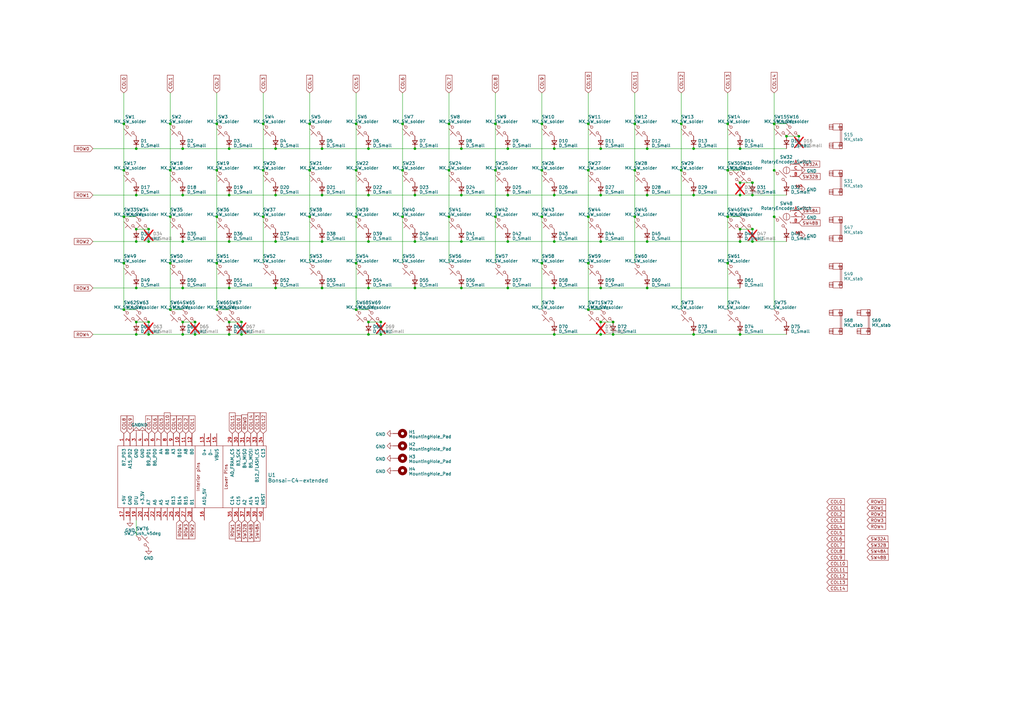
<source format=kicad_sch>
(kicad_sch (version 20230121) (generator eeschema)
  (paper "A3")
  (title_block (title "zensai65_UNI_i3"))
  (junction (at 156.21 132.08))
  (junction (at 151.13 132.08))
  (junction (at 69.85 107.95))
  (junction (at 184.15 50.8))
  (junction (at 74.93 132.08))
  (junction (at 308.61 80.01))
  (junction (at 55.88 118.11))
  (junction (at 127 88.9))
  (junction (at 74.93 137.16))
  (junction (at 93.98 132.08))
  (junction (at 80.01 137.16))
  (junction (at 170.18 60.96))
  (junction (at 189.23 80.01))
  (junction (at 203.2 69.85))
  (junction (at 317.5 69.85))
  (junction (at 317.5 88.9))
  (junction (at 327.66 55.88))
  (junction (at 284.48 60.96))
  (junction (at 322.58 55.88))
  (junction (at 203.2 50.8))
  (junction (at 69.85 69.85))
  (junction (at 208.28 80.01))
  (junction (at 60.96 99.06))
  (junction (at 113.03 60.96))
  (junction (at 50.8 88.9))
  (junction (at 165.1 50.8))
  (junction (at 156.21 137.16))
  (junction (at 246.38 132.08))
  (junction (at 132.08 80.01))
  (junction (at 265.43 60.96))
  (junction (at 146.05 50.8))
  (junction (at 265.43 118.11))
  (junction (at 284.48 137.16))
  (junction (at 170.18 80.01))
  (junction (at 69.85 127))
  (junction (at 88.9 107.95))
  (junction (at 74.93 118.11))
  (junction (at 184.15 88.9))
  (junction (at 50.8 107.95))
  (junction (at 88.9 127))
  (junction (at 246.38 60.96))
  (junction (at 93.98 60.96))
  (junction (at 50.8 69.85))
  (junction (at 93.98 118.11))
  (junction (at 60.96 137.16))
  (junction (at 208.28 118.11))
  (junction (at 246.38 137.16))
  (junction (at 165.1 69.85))
  (junction (at 127 50.8))
  (junction (at 227.33 60.96))
  (junction (at 93.98 80.01))
  (junction (at 303.53 74.93))
  (junction (at 69.85 88.9))
  (junction (at 298.45 69.85))
  (junction (at 151.13 137.16))
  (junction (at 303.53 93.98))
  (junction (at 265.43 99.06))
  (junction (at 151.13 118.11))
  (junction (at 80.01 132.08))
  (junction (at 146.05 69.85))
  (junction (at 189.23 60.96))
  (junction (at 74.93 60.96))
  (junction (at 241.3 50.8))
  (junction (at 298.45 88.9))
  (junction (at 251.46 132.08))
  (junction (at 151.13 60.96))
  (junction (at 93.98 137.16))
  (junction (at 132.08 99.06))
  (junction (at 308.61 74.93))
  (junction (at 241.3 127))
  (junction (at 208.28 60.96))
  (junction (at 50.8 127))
  (junction (at 241.3 69.85))
  (junction (at 170.18 118.11))
  (junction (at 208.28 99.06))
  (junction (at 50.8 50.8))
  (junction (at 146.05 127))
  (junction (at 113.03 99.06))
  (junction (at 227.33 137.16))
  (junction (at 246.38 99.06))
  (junction (at 69.85 50.8))
  (junction (at 151.13 99.06))
  (junction (at 303.53 80.01))
  (junction (at 170.18 99.06))
  (junction (at 60.96 93.98))
  (junction (at 88.9 88.9))
  (junction (at 165.1 88.9))
  (junction (at 222.25 107.95))
  (junction (at 55.88 80.01))
  (junction (at 60.96 132.08))
  (junction (at 308.61 93.98))
  (junction (at 146.05 88.9))
  (junction (at 246.38 80.01))
  (junction (at 241.3 107.95))
  (junction (at 107.95 69.85))
  (junction (at 317.5 50.8))
  (junction (at 227.33 80.01))
  (junction (at 107.95 88.9))
  (junction (at 222.25 88.9))
  (junction (at 227.33 118.11))
  (junction (at 113.03 80.01))
  (junction (at 303.53 137.16))
  (junction (at 127 69.85))
  (junction (at 303.53 99.06))
  (junction (at 132.08 118.11))
  (junction (at 55.88 60.96))
  (junction (at 74.93 80.01))
  (junction (at 227.33 99.06))
  (junction (at 146.05 107.95))
  (junction (at 298.45 50.8))
  (junction (at 279.4 50.8))
  (junction (at 132.08 60.96))
  (junction (at 260.35 50.8))
  (junction (at 260.35 69.85))
  (junction (at 55.88 132.08))
  (junction (at 99.06 132.08))
  (junction (at 265.43 80.01))
  (junction (at 222.25 69.85))
  (junction (at 93.98 99.06))
  (junction (at 203.2 88.9))
  (junction (at 222.25 50.8))
  (junction (at 88.9 69.85))
  (junction (at 55.88 137.16))
  (junction (at 298.45 107.95))
  (junction (at 113.03 118.11))
  (junction (at 99.06 137.16))
  (junction (at 189.23 118.11))
  (junction (at 189.23 99.06))
  (junction (at 251.46 137.16))
  (junction (at 246.38 118.11))
  (junction (at 151.13 80.01))
  (junction (at 55.88 99.06))
  (junction (at 184.15 69.85))
  (junction (at 74.93 99.06))
  (junction (at 284.48 80.01))
  (junction (at 55.88 93.98))
  (junction (at 260.35 88.9))
  (junction (at 303.53 60.96))
  (junction (at 107.95 50.8))
  (junction (at 241.3 88.9))
  (junction (at 279.4 69.85))
  (junction (at 308.61 99.06))
  (junction (at 88.9 50.8))
  (wire (pts (xy 74.93 80.01) (xy 93.98 80.01)))
  (wire (pts (xy 151.13 99.06) (xy 170.18 99.06)))
  (wire (pts (xy 298.45 38.1) (xy 298.45 50.8)))
  (wire (pts (xy 265.43 118.11) (xy 303.53 118.11)))
  (wire (pts (xy 170.18 118.11) (xy 189.23 118.11)))
  (wire (pts (xy 50.8 127) (xy 55.88 127)))
  (wire (pts (xy 308.61 80.01) (xy 322.58 80.01)))
  (wire (pts (xy 284.48 60.96) (xy 303.53 60.96)))
  (wire (pts (xy 113.03 118.11) (xy 132.08 118.11)))
  (wire (pts (xy 55.88 118.11) (xy 74.93 118.11)))
  (wire (pts (xy 74.93 118.11) (xy 93.98 118.11)))
  (wire (pts (xy 151.13 137.16) (xy 156.21 137.16)))
  (wire (pts (xy 127 50.8) (xy 127 69.85)))
  (wire (pts (xy 38.1 118.11) (xy 55.88 118.11)))
  (wire (pts (xy 107.95 38.1) (xy 107.95 50.8)))
  (wire (pts (xy 265.43 99.06) (xy 303.53 99.06)))
  (wire (pts (xy 55.88 93.98) (xy 60.96 93.98)))
  (wire (pts (xy 151.13 60.96) (xy 170.18 60.96)))
  (wire (pts (xy 55.88 132.08) (xy 60.96 132.08)))
  (wire (pts (xy 298.45 69.85) (xy 303.53 69.85)))
  (wire (pts (xy 170.18 80.01) (xy 189.23 80.01)))
  (wire (pts (xy 50.8 107.95) (xy 50.8 127)))
  (wire (pts (xy 50.8 69.85) (xy 50.8 88.9)))
  (wire (pts (xy 50.8 50.8) (xy 50.8 69.85)))
  (wire (pts (xy 55.88 137.16) (xy 60.96 137.16)))
  (wire (pts (xy 303.53 74.93) (xy 308.61 74.93)))
  (wire (pts (xy 55.88 60.96) (xy 74.93 60.96)))
  (wire (pts (xy 246.38 118.11) (xy 265.43 118.11)))
  (wire (pts (xy 298.45 69.85) (xy 298.45 88.9)))
  (wire (pts (xy 222.25 69.85) (xy 222.25 88.9)))
  (wire (pts (xy 107.95 88.9) (xy 107.95 107.95)))
  (wire (pts (xy 69.85 127) (xy 74.93 127)))
  (wire (pts (xy 222.25 38.1) (xy 222.25 50.8)))
  (wire (pts (xy 227.33 80.01) (xy 246.38 80.01)))
  (wire (pts (xy 107.95 69.85) (xy 107.95 88.9)))
  (wire (pts (xy 317.5 88.9) (xy 317.5 127)))
  (wire (pts (xy 260.35 88.9) (xy 260.35 107.95)))
  (wire (pts (xy 203.2 38.1) (xy 203.2 50.8)))
  (wire (pts (xy 38.1 137.16) (xy 55.88 137.16)))
  (wire (pts (xy 69.85 107.95) (xy 69.85 127)))
  (wire (pts (xy 80.01 137.16) (xy 93.98 137.16)))
  (wire (pts (xy 74.93 60.96) (xy 93.98 60.96)))
  (wire (pts (xy 69.85 69.85) (xy 69.85 88.9)))
  (wire (pts (xy 208.28 60.96) (xy 227.33 60.96)))
  (wire (pts (xy 93.98 80.01) (xy 113.03 80.01)))
  (wire (pts (xy 38.1 99.06) (xy 55.88 99.06)))
  (wire (pts (xy 298.45 107.95) (xy 298.45 127)))
  (wire (pts (xy 132.08 60.96) (xy 151.13 60.96)))
  (wire (pts (xy 189.23 60.96) (xy 208.28 60.96)))
  (wire (pts (xy 222.25 88.9) (xy 222.25 107.95)))
  (wire (pts (xy 241.3 38.1) (xy 241.3 50.8)))
  (wire (pts (xy 113.03 99.06) (xy 132.08 99.06)))
  (wire (pts (xy 241.3 50.8) (xy 241.3 69.85)))
  (wire (pts (xy 203.2 69.85) (xy 203.2 88.9)))
  (wire (pts (xy 284.48 80.01) (xy 303.53 80.01)))
  (wire (pts (xy 165.1 50.8) (xy 165.1 69.85)))
  (wire (pts (xy 88.9 88.9) (xy 88.9 107.95)))
  (wire (pts (xy 203.2 50.8) (xy 203.2 69.85)))
  (wire (pts (xy 88.9 38.1) (xy 88.9 50.8)))
  (wire (pts (xy 260.35 50.8) (xy 260.35 69.85)))
  (wire (pts (xy 227.33 99.06) (xy 246.38 99.06)))
  (wire (pts (xy 88.9 50.8) (xy 88.9 69.85)))
  (wire (pts (xy 88.9 69.85) (xy 88.9 88.9)))
  (wire (pts (xy 50.8 38.1) (xy 50.8 50.8)))
  (wire (pts (xy 265.43 60.96) (xy 284.48 60.96)))
  (wire (pts (xy 189.23 118.11) (xy 208.28 118.11)))
  (wire (pts (xy 151.13 118.11) (xy 170.18 118.11)))
  (wire (pts (xy 170.18 99.06) (xy 189.23 99.06)))
  (wire (pts (xy 279.4 50.8) (xy 279.4 69.85)))
  (wire (pts (xy 241.3 107.95) (xy 241.3 127)))
  (wire (pts (xy 165.1 69.85) (xy 165.1 88.9)))
  (wire (pts (xy 93.98 137.16) (xy 99.06 137.16)))
  (wire (pts (xy 227.33 60.96) (xy 246.38 60.96)))
  (wire (pts (xy 260.35 69.85) (xy 260.35 88.9)))
  (wire (pts (xy 317.5 50.8) (xy 322.58 50.8)))
  (wire (pts (xy 246.38 99.06) (xy 265.43 99.06)))
  (wire (pts (xy 127 38.1) (xy 127 50.8)))
  (wire (pts (xy 69.85 88.9) (xy 69.85 107.95)))
  (wire (pts (xy 298.45 88.9) (xy 303.53 88.9)))
  (wire (pts (xy 184.15 38.1) (xy 184.15 50.8)))
  (wire (pts (xy 156.21 137.16) (xy 227.33 137.16)))
  (wire (pts (xy 208.28 99.06) (xy 227.33 99.06)))
  (wire (pts (xy 69.85 50.8) (xy 69.85 69.85)))
  (wire (pts (xy 55.88 99.06) (xy 60.96 99.06)))
  (wire (pts (xy 246.38 137.16) (xy 251.46 137.16)))
  (wire (pts (xy 284.48 137.16) (xy 303.53 137.16)))
  (wire (pts (xy 279.4 69.85) (xy 279.4 127)))
  (wire (pts (xy 55.88 213.36) (xy 55.88 219.71)))
  (wire (pts (xy 93.98 60.96) (xy 113.03 60.96)))
  (wire (pts (xy 303.53 99.06) (xy 308.61 99.06)))
  (wire (pts (xy 38.1 60.96) (xy 55.88 60.96)))
  (wire (pts (xy 74.93 99.06) (xy 93.98 99.06)))
  (wire (pts (xy 151.13 132.08) (xy 156.21 132.08)))
  (wire (pts (xy 146.05 50.8) (xy 146.05 69.85)))
  (wire (pts (xy 50.8 88.9) (xy 50.8 107.95)))
  (wire (pts (xy 93.98 118.11) (xy 113.03 118.11)))
  (wire (pts (xy 189.23 80.01) (xy 208.28 80.01)))
  (wire (pts (xy 60.96 137.16) (xy 74.93 137.16)))
  (wire (pts (xy 184.15 50.8) (xy 184.15 69.85)))
  (wire (pts (xy 222.25 107.95) (xy 222.25 127)))
  (wire (pts (xy 241.3 88.9) (xy 241.3 107.95)))
  (wire (pts (xy 50.8 88.9) (xy 55.88 88.9)))
  (wire (pts (xy 251.46 137.16) (xy 284.48 137.16)))
  (wire (pts (xy 38.1 80.01) (xy 55.88 80.01)))
  (wire (pts (xy 132.08 118.11) (xy 151.13 118.11)))
  (wire (pts (xy 246.38 132.08) (xy 251.46 132.08)))
  (wire (pts (xy 165.1 88.9) (xy 165.1 107.95)))
  (wire (pts (xy 146.05 38.1) (xy 146.05 50.8)))
  (wire (pts (xy 146.05 88.9) (xy 146.05 107.95)))
  (wire (pts (xy 55.88 80.01) (xy 74.93 80.01)))
  (wire (pts (xy 303.53 80.01) (xy 308.61 80.01)))
  (wire (pts (xy 227.33 118.11) (xy 246.38 118.11)))
  (wire (pts (xy 317.5 38.1) (xy 317.5 50.8)))
  (wire (pts (xy 99.06 137.16) (xy 151.13 137.16)))
  (wire (pts (xy 146.05 127) (xy 151.13 127)))
  (wire (pts (xy 317.5 50.8) (xy 317.5 69.85)))
  (wire (pts (xy 279.4 38.1) (xy 279.4 50.8)))
  (wire (pts (xy 184.15 88.9) (xy 184.15 107.95)))
  (wire (pts (xy 93.98 99.06) (xy 113.03 99.06)))
  (wire (pts (xy 127 88.9) (xy 127 107.95)))
  (wire (pts (xy 246.38 60.96) (xy 265.43 60.96)))
  (wire (pts (xy 303.53 93.98) (xy 308.61 93.98)))
  (wire (pts (xy 170.18 60.96) (xy 189.23 60.96)))
  (wire (pts (xy 127 69.85) (xy 127 88.9)))
  (wire (pts (xy 260.35 38.1) (xy 260.35 50.8)))
  (wire (pts (xy 246.38 80.01) (xy 265.43 80.01)))
  (wire (pts (xy 317.5 69.85) (xy 317.5 88.9)))
  (wire (pts (xy 227.33 137.16) (xy 246.38 137.16)))
  (wire (pts (xy 107.95 50.8) (xy 107.95 69.85)))
  (wire (pts (xy 203.2 88.9) (xy 203.2 107.95)))
  (wire (pts (xy 298.45 50.8) (xy 298.45 69.85)))
  (wire (pts (xy 93.98 132.08) (xy 99.06 132.08)))
  (wire (pts (xy 303.53 137.16) (xy 322.58 137.16)))
  (wire (pts (xy 132.08 99.06) (xy 151.13 99.06)))
  (wire (pts (xy 60.96 99.06) (xy 74.93 99.06)))
  (wire (pts (xy 69.85 38.1) (xy 69.85 50.8)))
  (wire (pts (xy 113.03 60.96) (xy 132.08 60.96)))
  (wire (pts (xy 113.03 80.01) (xy 132.08 80.01)))
  (wire (pts (xy 88.9 127) (xy 93.98 127)))
  (wire (pts (xy 132.08 80.01) (xy 151.13 80.01)))
  (wire (pts (xy 222.25 50.8) (xy 222.25 69.85)))
  (wire (pts (xy 165.1 38.1) (xy 165.1 50.8)))
  (wire (pts (xy 146.05 107.95) (xy 146.05 127)))
  (wire (pts (xy 241.3 69.85) (xy 241.3 88.9)))
  (wire (pts (xy 74.93 132.08) (xy 80.01 132.08)))
  (wire (pts (xy 151.13 80.01) (xy 170.18 80.01)))
  (wire (pts (xy 74.93 137.16) (xy 80.01 137.16)))
  (wire (pts (xy 184.15 69.85) (xy 184.15 88.9)))
  (wire (pts (xy 208.28 118.11) (xy 227.33 118.11)))
  (wire (pts (xy 322.58 55.88) (xy 327.66 55.88)))
  (wire (pts (xy 146.05 69.85) (xy 146.05 88.9)))
  (wire (pts (xy 241.3 127) (xy 246.38 127)))
  (wire (pts (xy 189.23 99.06) (xy 208.28 99.06)))
  (wire (pts (xy 303.53 60.96) (xy 322.58 60.96)))
  (wire (pts (xy 208.28 80.01) (xy 227.33 80.01)))
  (wire (pts (xy 298.45 88.9) (xy 298.45 107.95)))
  (wire (pts (xy 88.9 107.95) (xy 88.9 127)))
  (wire (pts (xy 265.43 80.01) (xy 284.48 80.01)))
  (wire (pts (xy 308.61 99.06) (xy 322.58 99.06)))
  (global_label "ROW0" (shape input) (at 100.33 177.8 90) (property "Intersheetrefs" "${INTERSHEET_REFS}" (effects hide)))
  (global_label "COL12" (shape input) (at 339.09 236.22 0) (property "Intersheetrefs" "${INTERSHEET_REFS}" (effects hide)))
  (global_label "SW32A" (shape input) (at 97.79 213.36 270) (property "Intersheetrefs" "${INTERSHEET_REFS}" (effects hide)))
  (global_label "COL2" (shape input) (at 76.2 177.8 90) (property "Intersheetrefs" "${INTERSHEET_REFS}" (effects hide)))
  (global_label "SW32B" (shape input) (at 327.66 72.39 0) (property "Intersheetrefs" "${INTERSHEET_REFS}" (effects hide)))
  (global_label "COL7" (shape input) (at 60.96 177.8 90) (property "Intersheetrefs" "${INTERSHEET_REFS}" (effects hide)))
  (global_label "SW48A" (shape input) (at 105.41 213.36 270) (property "Intersheetrefs" "${INTERSHEET_REFS}" (effects hide)))
  (global_label "COL4" (shape input) (at 127 38.1 90) (property "Intersheetrefs" "${INTERSHEET_REFS}" (effects hide)))
  (global_label "COL5" (shape input) (at 146.05 38.1 90) (property "Intersheetrefs" "${INTERSHEET_REFS}" (effects hide)))
  (global_label "COL11" (shape input) (at 260.35 38.1 90) (property "Intersheetrefs" "${INTERSHEET_REFS}" (effects hide)))
  (global_label "ROW3" (shape input) (at 355.6 213.36 0) (property "Intersheetrefs" "${INTERSHEET_REFS}" (effects hide)))
  (global_label "COL1" (shape input) (at 69.85 38.1 90) (property "Intersheetrefs" "${INTERSHEET_REFS}" (effects hide)))
  (global_label "COL11" (shape input) (at 95.25 177.8 90) (property "Intersheetrefs" "${INTERSHEET_REFS}" (effects hide)))
  (global_label "ROW2" (shape input) (at 355.6 210.82 0) (property "Intersheetrefs" "${INTERSHEET_REFS}" (effects hide)))
  (global_label "ROW3" (shape input) (at 76.2 213.36 270) (property "Intersheetrefs" "${INTERSHEET_REFS}" (effects hide)))
  (global_label "COL0" (shape input) (at 97.79 177.8 90) (property "Intersheetrefs" "${INTERSHEET_REFS}" (effects hide)))
  (global_label "COL8" (shape input) (at 50.8 177.8 90) (property "Intersheetrefs" "${INTERSHEET_REFS}" (effects hide)))
  (global_label "COL8" (shape input) (at 339.09 226.06 0) (property "Intersheetrefs" "${INTERSHEET_REFS}" (effects hide)))
  (global_label "COL8" (shape input) (at 203.2 38.1 90) (property "Intersheetrefs" "${INTERSHEET_REFS}" (effects hide)))
  (global_label "COL12" (shape input) (at 279.4 38.1 90) (property "Intersheetrefs" "${INTERSHEET_REFS}" (effects hide)))
  (global_label "SW32B" (shape input) (at 355.6 223.52 0) (property "Intersheetrefs" "${INTERSHEET_REFS}" (effects hide)))
  (global_label "COL10" (shape input) (at 68.58 177.8 90) (property "Intersheetrefs" "${INTERSHEET_REFS}" (effects hide)))
  (global_label "COL0" (shape input) (at 339.09 205.74 0) (property "Intersheetrefs" "${INTERSHEET_REFS}" (effects hide)))
  (global_label "SW48B" (shape input) (at 355.6 228.6 0) (property "Intersheetrefs" "${INTERSHEET_REFS}" (effects hide)))
  (global_label "COL7" (shape input) (at 339.09 223.52 0) (property "Intersheetrefs" "${INTERSHEET_REFS}" (effects hide)))
  (global_label "COL5" (shape input) (at 339.09 218.44 0) (property "Intersheetrefs" "${INTERSHEET_REFS}" (effects hide)))
  (global_label "COL5" (shape input) (at 66.04 177.8 90) (property "Intersheetrefs" "${INTERSHEET_REFS}" (effects hide)))
  (global_label "COL1" (shape input) (at 78.74 177.8 90) (property "Intersheetrefs" "${INTERSHEET_REFS}" (effects hide)))
  (global_label "SW32A" (shape input) (at 327.66 67.31 0) (property "Intersheetrefs" "${INTERSHEET_REFS}" (effects hide)))
  (global_label "COL9" (shape input) (at 339.09 228.6 0) (property "Intersheetrefs" "${INTERSHEET_REFS}" (effects hide)))
  (global_label "ROW3" (shape input) (at 38.1 118.11 180) (property "Intersheetrefs" "${INTERSHEET_REFS}" (effects hide)))
  (global_label "COL4" (shape input) (at 71.12 177.8 90) (property "Intersheetrefs" "${INTERSHEET_REFS}" (effects hide)))
  (global_label "ROW2" (shape input) (at 38.1 99.06 180) (property "Intersheetrefs" "${INTERSHEET_REFS}" (effects hide)))
  (global_label "ROW0" (shape input) (at 355.6 205.74 0) (property "Intersheetrefs" "${INTERSHEET_REFS}" (effects hide)))
  (global_label "COL2" (shape input) (at 88.9 38.1 90) (property "Intersheetrefs" "${INTERSHEET_REFS}" (effects hide)))
  (global_label "COL6" (shape input) (at 165.1 38.1 90) (property "Intersheetrefs" "${INTERSHEET_REFS}" (effects hide)))
  (global_label "COL13" (shape input) (at 105.41 177.8 90) (property "Intersheetrefs" "${INTERSHEET_REFS}" (effects hide)))
  (global_label "COL6" (shape input) (at 63.5 177.8 90) (property "Intersheetrefs" "${INTERSHEET_REFS}" (effects hide)))
  (global_label "COL14" (shape input) (at 317.5 38.1 90) (property "Intersheetrefs" "${INTERSHEET_REFS}" (effects hide)))
  (global_label "COL4" (shape input) (at 339.09 215.9 0) (property "Intersheetrefs" "${INTERSHEET_REFS}" (effects hide)))
  (global_label "ROW1" (shape input) (at 95.25 213.36 270) (property "Intersheetrefs" "${INTERSHEET_REFS}" (effects hide)))
  (global_label "SW48A" (shape input) (at 355.6 226.06 0) (property "Intersheetrefs" "${INTERSHEET_REFS}" (effects hide)))
  (global_label "COL10" (shape input) (at 241.3 38.1 90) (property "Intersheetrefs" "${INTERSHEET_REFS}" (effects hide)))
  (global_label "COL2" (shape input) (at 339.09 210.82 0) (property "Intersheetrefs" "${INTERSHEET_REFS}" (effects hide)))
  (global_label "COL0" (shape input) (at 50.8 38.1 90) (property "Intersheetrefs" "${INTERSHEET_REFS}" (effects hide)))
  (global_label "COL13" (shape input) (at 298.45 38.1 90) (property "Intersheetrefs" "${INTERSHEET_REFS}" (effects hide)))
  (global_label "COL9" (shape input) (at 222.25 38.1 90) (property "Intersheetrefs" "${INTERSHEET_REFS}" (effects hide)))
  (global_label "COL10" (shape input) (at 339.09 231.14 0) (property "Intersheetrefs" "${INTERSHEET_REFS}" (effects hide)))
  (global_label "SW48B" (shape input) (at 327.66 91.44 0) (property "Intersheetrefs" "${INTERSHEET_REFS}" (effects hide)))
  (global_label "COL7" (shape input) (at 184.15 38.1 90) (property "Intersheetrefs" "${INTERSHEET_REFS}" (effects hide)))
  (global_label "SW32A" (shape input) (at 355.6 220.98 0) (property "Intersheetrefs" "${INTERSHEET_REFS}" (effects hide)))
  (global_label "ROW4" (shape input) (at 38.1 137.16 180) (property "Intersheetrefs" "${INTERSHEET_REFS}" (effects hide)))
  (global_label "ROW1" (shape input) (at 355.6 208.28 0) (property "Intersheetrefs" "${INTERSHEET_REFS}" (effects hide)))
  (global_label "COL14" (shape input) (at 339.09 241.3 0) (property "Intersheetrefs" "${INTERSHEET_REFS}" (effects hide)))
  (global_label "COL3" (shape input) (at 339.09 213.36 0) (property "Intersheetrefs" "${INTERSHEET_REFS}" (effects hide)))
  (global_label "COL1" (shape input) (at 339.09 208.28 0) (property "Intersheetrefs" "${INTERSHEET_REFS}" (effects hide)))
  (global_label "COL12" (shape input) (at 107.95 177.8 90) (property "Intersheetrefs" "${INTERSHEET_REFS}" (effects hide)))
  (global_label "SW48A" (shape input) (at 327.66 86.36 0) (property "Intersheetrefs" "${INTERSHEET_REFS}" (effects hide)))
  (global_label "COL6" (shape input) (at 339.09 220.98 0) (property "Intersheetrefs" "${INTERSHEET_REFS}" (effects hide)))
  (global_label "ROW1" (shape input) (at 38.1 80.01 180) (property "Intersheetrefs" "${INTERSHEET_REFS}" (effects hide)))
  (global_label "COL14" (shape input) (at 102.87 177.8 90) (property "Intersheetrefs" "${INTERSHEET_REFS}" (effects hide)))
  (global_label "ROW2" (shape input) (at 78.74 213.36 270) (property "Intersheetrefs" "${INTERSHEET_REFS}" (effects hide)))
  (global_label "SW32B" (shape input) (at 100.33 213.36 270) (property "Intersheetrefs" "${INTERSHEET_REFS}" (effects hide)))
  (global_label "ROW4" (shape input) (at 355.6 215.9 0) (property "Intersheetrefs" "${INTERSHEET_REFS}" (effects hide)))
  (global_label "COL13" (shape input) (at 339.09 238.76 0) (property "Intersheetrefs" "${INTERSHEET_REFS}" (effects hide)))
  (global_label "COL3" (shape input) (at 107.95 38.1 90) (property "Intersheetrefs" "${INTERSHEET_REFS}" (effects hide)))
  (global_label "COL9" (shape input) (at 53.34 177.8 90) (property "Intersheetrefs" "${INTERSHEET_REFS}" (effects hide)))
  (global_label "COL11" (shape input) (at 339.09 233.68 0) (property "Intersheetrefs" "${INTERSHEET_REFS}" (effects hide)))
  (global_label "ROW4" (shape input) (at 73.66 213.36 270) (property "Intersheetrefs" "${INTERSHEET_REFS}" (effects hide)))
  (global_label "SW48B" (shape input) (at 102.87 213.36 270) (property "Intersheetrefs" "${INTERSHEET_REFS}" (effects hide)))
  (global_label "ROW0" (shape input) (at 38.1 60.96 180) (property "Intersheetrefs" "${INTERSHEET_REFS}" (effects hide)))
  (global_label "COL3" (shape input) (at 73.66 177.8 90) (property "Intersheetrefs" "${INTERSHEET_REFS}" (effects hide)))
  (symbol (lib_id "marbastlib-mx:MX_SW_solder") (at 262.89 53.34 180) (unit 1)
    (property "Reference" "SW12" (at 262.89 47.9171 0))
    (property "Value" "MX_SW_solder" (at 262.89 49.8381 0))
    (property "Footprint" "marbastlib-mx:SW_MX_1u" (effects hide))
  )
  (symbol (lib_id "marbastlib-mx:MX_SW_solder") (at 186.69 53.34 180) (unit 1)
    (property "Reference" "SW8" (at 186.69 47.9171 0))
    (property "Value" "MX_SW_solder" (at 186.69 49.8381 0))
    (property "Footprint" "marbastlib-mx:SW_MX_1u" (effects hide))
  )
  (symbol (lib_id "marbastlib-mx:MX_stab") (at 342.9 74.93 90) (unit 1)
    (property "Reference" "S31" (at 346.075 74.2863 90) (effects (justify right)))
    (property "Value" "MX_stab" (at 346.075 76.2073 90) (effects (justify right)))
    (property "Footprint" "marbastlib-mx:STAB_MX_P_2u" (effects hide))
  )
  (symbol (lib_id "marbastlib-mx:MX_SW_solder") (at 300.99 129.54 180) (unit 1)
    (property "Reference" "SW74" (at 300.99 124.1171 0))
    (property "Value" "MX_SW_solder" (at 300.99 126.0381 0))
    (property "Footprint" "marbastlib-mx:SW_MX_1u" (effects hide))
  )
  (symbol (lib_id "Mechanical:MountingHole_Pad") (at 163.83 187.96 270) (unit 1)
    (property "Reference" "H3" (at 167.64 187.3163 90) (effects (justify left)))
    (property "Value" "MountingHole_Pad" (at 167.64 189.2373 90) (effects (justify left)))
    (property "Footprint" "MountingHole:MountingHole_2.2mm_M2_Pad" (effects hide))
  )
  (symbol (lib_id "Device:D_Small") (at 151.13 134.62 90) (unit 1)
    (property "Reference" "D68" (at 152.908 133.9763 90) (effects (justify right)))
    (property "Value" "D_Small" (at 152.908 135.8973 90) (effects (justify right)))
    (property "Footprint" "shoonies_parts:D_SOD-123_CLEAN" (effects hide))
    (property "Sim.Device" "D" (effects hide))
    (property "Sim.Pins" "1=K 2=A" (effects hide))
  )
  (symbol (lib_id "Device:D_Small") (at 322.58 134.62 90) (unit 1)
    (property "Reference" "D75" (at 324.358 133.9763 90) (effects (justify right)))
    (property "Value" "D_Small" (at 324.358 135.8973 90) (effects (justify right)))
    (property "Footprint" "shoonies_parts:D_SOD-123_CLEAN" (effects hide))
    (property "Sim.Device" "D" (effects hide))
    (property "Sim.Pins" "1=K 2=A" (effects hide))
  )
  (symbol (lib_id "Device:D_Small") (at 189.23 58.42 90) (unit 1)
    (property "Reference" "D8" (at 191.008 57.7763 90) (effects (justify right)))
    (property "Value" "D_Small" (at 191.008 59.6973 90) (effects (justify right)))
    (property "Footprint" "shoonies_parts:D_SOD-123_CLEAN" (effects hide))
    (property "Sim.Device" "D" (effects hide))
    (property "Sim.Pins" "1=K 2=A" (effects hide))
  )
  (symbol (lib_id "power:GND") (at 161.29 177.8 270) (unit 1)
    (property "Reference" "#PWR09" (effects hide))
    (property "Value" "GND" (at 158.1151 178.1168 90) (effects (justify right)))
  )
  (symbol (lib_id "Device:D_Small") (at 74.93 77.47 90) (unit 1)
    (property "Reference" "D18" (at 76.708 76.8263 90) (effects (justify right)))
    (property "Value" "D_Small" (at 76.708 78.7473 90) (effects (justify right)))
    (property "Footprint" "shoonies_parts:D_SOD-123_CLEAN" (effects hide))
    (property "Sim.Device" "D" (effects hide))
    (property "Sim.Pins" "1=K 2=A" (effects hide))
  )
  (symbol (lib_id "marbastlib-mx:MX_stab") (at 342.9 93.98 90) (unit 1)
    (property "Reference" "S47" (at 346.075 93.3363 90) (effects (justify right)))
    (property "Value" "MX_stab" (at 346.075 95.2573 90) (effects (justify right)))
    (property "Footprint" "marbastlib-mx:STAB_MX_P_2u" (effects hide))
  )
  (symbol (lib_id "marbastlib-mx:MX_SW_solder") (at 53.34 129.54 180) (unit 1)
    (property "Reference" "SW62" (at 53.34 124.1171 0))
    (property "Value" "MX_SW_solder" (at 53.34 126.0381 0))
    (property "Footprint" "marbastlib-mx:SW_MX_1u" (effects hide))
  )
  (symbol (lib_id "Device:D_Small") (at 246.38 58.42 90) (unit 1)
    (property "Reference" "D11" (at 248.158 57.7763 90) (effects (justify right)))
    (property "Value" "D_Small" (at 248.158 59.6973 90) (effects (justify right)))
    (property "Footprint" "shoonies_parts:D_SOD-123_CLEAN" (effects hide))
    (property "Sim.Device" "D" (effects hide))
    (property "Sim.Pins" "1=K 2=A" (effects hide))
  )
  (symbol (lib_id "marbastlib-mx:MX_SW_solder") (at 224.79 91.44 180) (unit 1)
    (property "Reference" "SW43" (at 224.79 86.0171 0))
    (property "Value" "MX_SW_solder" (at 224.79 87.9381 0))
    (property "Footprint" "marbastlib-mx:SW_MX_1u" (effects hide))
  )
  (symbol (lib_id "marbastlib-mx:MX_SW_solder") (at 91.44 91.44 180) (unit 1)
    (property "Reference" "SW36" (at 91.44 86.0171 0))
    (property "Value" "MX_SW_solder" (at 91.44 87.9381 0))
    (property "Footprint" "marbastlib-mx:SW_MX_1u" (effects hide))
  )
  (symbol (lib_id "Device:D_Small") (at 189.23 96.52 90) (unit 1)
    (property "Reference" "D41" (at 191.008 95.8763 90) (effects (justify right)))
    (property "Value" "D_Small" (at 191.008 97.7973 90) (effects (justify right)))
    (property "Footprint" "shoonies_parts:D_SOD-123_CLEAN" (effects hide))
    (property "Sim.Device" "D" (effects hide))
    (property "Sim.Pins" "1=K 2=A" (effects hide))
  )
  (symbol (lib_id "Device:D_Small") (at 265.43 77.47 90) (unit 1)
    (property "Reference" "D28" (at 267.208 76.8263 90) (effects (justify right)))
    (property "Value" "D_Small" (at 267.208 78.7473 90) (effects (justify right)))
    (property "Footprint" "shoonies_parts:D_SOD-123_CLEAN" (effects hide))
    (property "Sim.Device" "D" (effects hide))
    (property "Sim.Pins" "1=K 2=A" (effects hide))
  )
  (symbol (lib_id "marbastlib-mx:MX_SW_solder") (at 153.67 129.54 180) (unit 1)
    (property "Reference" "SW69" (at 153.67 124.1171 0))
    (property "Value" "MX_SW_solder" (at 153.67 126.0381 0))
    (property "Footprint" "marbastlib-mx:SW_MX_1u" (effects hide))
  )
  (symbol (lib_id "power:GND") (at 161.29 193.04 270) (unit 1)
    (property "Reference" "#PWR012" (effects hide))
    (property "Value" "GND" (at 158.1151 193.3568 90) (effects (justify right)))
  )
  (symbol (lib_id "Mechanical:MountingHole_Pad") (at 163.83 182.88 270) (unit 1)
    (property "Reference" "H2" (at 167.64 182.2363 90) (effects (justify left)))
    (property "Value" "MountingHole_Pad" (at 167.64 184.1573 90) (effects (justify left)))
    (property "Footprint" "MountingHole:MountingHole_2.2mm_M2_Pad" (effects hide))
  )
  (symbol (lib_id "marbastlib-mx:MX_SW_solder") (at 248.92 129.54 180) (unit 1)
    (property "Reference" "SW72" (at 248.92 124.1171 0))
    (property "Value" "MX_SW_solder" (at 248.92 126.0381 0))
    (property "Footprint" "marbastlib-mx:SW_MX_1u" (effects hide))
  )
  (symbol (lib_id "Device:D_Small") (at 284.48 134.62 90) (unit 1)
    (property "Reference" "D73" (at 286.258 133.9763 90) (effects (justify right)))
    (property "Value" "D_Small" (at 286.258 135.8973 90) (effects (justify right)))
    (property "Footprint" "shoonies_parts:D_SOD-123_CLEAN" (effects hide))
    (property "Sim.Device" "D" (effects hide))
    (property "Sim.Pins" "1=K 2=A" (effects hide))
  )
  (symbol (lib_id "marbastlib-mx:MX_SW_solder") (at 186.69 110.49 180) (unit 1)
    (property "Reference" "SW56" (at 186.69 105.0671 0))
    (property "Value" "MX_SW_solder" (at 186.69 106.9881 0))
    (property "Footprint" "marbastlib-mx:SW_MX_1u" (effects hide))
  )
  (symbol (lib_id "Device:D_Small") (at 246.38 134.62 90) (unit 1) (in_bom no) (on_board no) (dnp yes)
    (property "Reference" "D71" (at 248.158 133.9763 90) (effects (justify right)))
    (property "Value" "D_Small" (at 248.158 135.8973 90) (effects (justify right)))
    (property "Footprint" "shoonies_parts:D_SOD-123_CLEAN" (effects hide))
    (property "Sim.Device" "D" (effects hide))
    (property "Sim.Pins" "1=K 2=A" (effects hide))
  )
  (symbol (lib_id "marbastlib-mx:MX_SW_solder") (at 110.49 72.39 180) (unit 1)
    (property "Reference" "SW20" (at 110.49 66.9671 0))
    (property "Value" "MX_SW_solder" (at 110.49 68.8881 0))
    (property "Footprint" "marbastlib-mx:SW_MX_1u" (effects hide))
  )
  (symbol (lib_id "marbastlib-mx:MX_SW_solder") (at 129.54 72.39 180) (unit 1)
    (property "Reference" "SW21" (at 129.54 66.9671 0))
    (property "Value" "MX_SW_solder" (at 129.54 68.8881 0))
    (property "Footprint" "marbastlib-mx:SW_MX_1u" (effects hide))
  )
  (symbol (lib_id "Device:D_Small") (at 208.28 77.47 90) (unit 1)
    (property "Reference" "D25" (at 210.058 76.8263 90) (effects (justify right)))
    (property "Value" "D_Small" (at 210.058 78.7473 90) (effects (justify right)))
    (property "Footprint" "shoonies_parts:D_SOD-123_CLEAN" (effects hide))
    (property "Sim.Device" "D" (effects hide))
    (property "Sim.Pins" "1=K 2=A" (effects hide))
  )
  (symbol (lib_id "Device:D_Small") (at 132.08 77.47 90) (unit 1)
    (property "Reference" "D21" (at 133.858 76.8263 90) (effects (justify right)))
    (property "Value" "D_Small" (at 133.858 78.7473 90) (effects (justify right)))
    (property "Footprint" "shoonies_parts:D_SOD-123_CLEAN" (effects hide))
    (property "Sim.Device" "D" (effects hide))
    (property "Sim.Pins" "1=K 2=A" (effects hide))
  )
  (symbol (lib_id "Device:D_Small") (at 74.93 115.57 90) (unit 1)
    (property "Reference" "D50" (at 76.708 114.9263 90) (effects (justify right)))
    (property "Value" "D_Small" (at 76.708 116.8473 90) (effects (justify right)))
    (property "Footprint" "shoonies_parts:D_SOD-123_CLEAN" (effects hide))
    (property "Sim.Device" "D" (effects hide))
    (property "Sim.Pins" "1=K 2=A" (effects hide))
  )
  (symbol (lib_id "Device:D_Small") (at 60.96 134.62 90) (unit 1) (in_bom no) (on_board no) (dnp yes)
    (property "Reference" "D63" (at 62.738 133.9763 90) (effects (justify right)))
    (property "Value" "D_Small" (at 62.738 135.8973 90) (effects (justify right)))
    (property "Footprint" "shoonies_parts:D_SOD-123_CLEAN" (effects hide))
    (property "Sim.Device" "D" (effects hide))
    (property "Sim.Pins" "1=K 2=A" (effects hide))
  )
  (symbol (lib_id "power:GND") (at 53.34 213.36 0) (unit 1)
    (property "Reference" "#PWR01" (effects hide))
    (property "Value" "GND" (at 53.34 217.4955 0))
  )
  (symbol (lib_id "Switch:SW_Push_45deg") (at 58.42 222.25 0) (unit 1)
    (property "Reference" "SW76" (at 58.42 216.8271 0))
    (property "Value" "SW_Push_45deg" (at 58.42 218.7481 0))
    (property "Footprint" "Button_Switch_SMD:SW_SPST_TL3342" (effects hide))
  )
  (symbol (lib_id "Device:D_Small") (at 227.33 96.52 90) (unit 1)
    (property "Reference" "D43" (at 229.108 95.8763 90) (effects (justify right)))
    (property "Value" "D_Small" (at 229.108 97.7973 90) (effects (justify right)))
    (property "Footprint" "shoonies_parts:D_SOD-123_CLEAN" (effects hide))
    (property "Sim.Device" "D" (effects hide))
    (property "Sim.Pins" "1=K 2=A" (effects hide))
  )
  (symbol (lib_id "Device:D_Small") (at 74.93 134.62 90) (unit 1)
    (property "Reference" "D64" (at 76.708 133.9763 90) (effects (justify right)))
    (property "Value" "D_Small" (at 76.708 135.8973 90) (effects (justify right)))
    (property "Footprint" "shoonies_parts:D_SOD-123_CLEAN" (effects hide))
    (property "Sim.Device" "D" (effects hide))
    (property "Sim.Pins" "1=K 2=A" (effects hide))
  )
  (symbol (lib_id "marbastlib-mx:MX_SW_solder") (at 148.59 91.44 180) (unit 1)
    (property "Reference" "SW39" (at 148.59 86.0171 0))
    (property "Value" "MX_SW_solder" (at 148.59 87.9381 0))
    (property "Footprint" "marbastlib-mx:SW_MX_1u" (effects hide))
  )
  (symbol (lib_id "Device:D_Small") (at 156.21 134.62 90) (unit 1) (in_bom no) (on_board no) (dnp yes)
    (property "Reference" "D69" (at 157.988 133.9763 90) (effects (justify right)))
    (property "Value" "D_Small" (at 157.988 135.8973 90) (effects (justify right)))
    (property "Footprint" "shoonies_parts:D_SOD-123_CLEAN" (effects hide))
    (property "Sim.Device" "D" (effects hide))
    (property "Sim.Pins" "1=K 2=A" (effects hide))
  )
  (symbol (lib_id "Device:D_Small") (at 246.38 96.52 90) (unit 1)
    (property "Reference" "D44" (at 248.158 95.8763 90) (effects (justify right)))
    (property "Value" "D_Small" (at 248.158 97.7973 90) (effects (justify right)))
    (property "Footprint" "shoonies_parts:D_SOD-123_CLEAN" (effects hide))
    (property "Sim.Device" "D" (effects hide))
    (property "Sim.Pins" "1=K 2=A" (effects hide))
  )
  (symbol (lib_id "Device:D_Small") (at 113.03 77.47 90) (unit 1)
    (property "Reference" "D20" (at 114.808 76.8263 90) (effects (justify right)))
    (property "Value" "D_Small" (at 114.808 78.7473 90) (effects (justify right)))
    (property "Footprint" "shoonies_parts:D_SOD-123_CLEAN" (effects hide))
    (property "Sim.Device" "D" (effects hide))
    (property "Sim.Pins" "1=K 2=A" (effects hide))
  )
  (symbol (lib_id "Device:D_Small") (at 93.98 115.57 90) (unit 1)
    (property "Reference" "D51" (at 95.758 114.9263 90) (effects (justify right)))
    (property "Value" "D_Small" (at 95.758 116.8473 90) (effects (justify right)))
    (property "Footprint" "shoonies_parts:D_SOD-123_CLEAN" (effects hide))
    (property "Sim.Device" "D" (effects hide))
    (property "Sim.Pins" "1=K 2=A" (effects hide))
  )
  (symbol (lib_id "power:GND") (at 161.29 187.96 270) (unit 1)
    (property "Reference" "#PWR011" (effects hide))
    (property "Value" "GND" (at 158.1151 188.2768 90) (effects (justify right)))
  )
  (symbol (lib_id "power:GND") (at 161.29 182.88 270) (unit 1)
    (property "Reference" "#PWR010" (effects hide))
    (property "Value" "GND" (at 158.1151 183.1968 90) (effects (justify right)))
  )
  (symbol (lib_id "marbastlib-mx:MX_SW_solder") (at 53.34 53.34 180) (unit 1)
    (property "Reference" "SW1" (at 53.34 47.9171 0))
    (property "Value" "MX_SW_solder" (at 53.34 49.8381 0))
    (property "Footprint" "marbastlib-mx:SW_MX_1u" (effects hide))
  )
  (symbol (lib_id "marbastlib-mx:MX_SW_solder") (at 129.54 110.49 180) (unit 1)
    (property "Reference" "SW53" (at 129.54 105.0671 0))
    (property "Value" "MX_SW_solder" (at 129.54 106.9881 0))
    (property "Footprint" "marbastlib-mx:SW_MX_1u" (effects hide))
  )
  (symbol (lib_id "Device:D_Small") (at 246.38 77.47 90) (unit 1)
    (property "Reference" "D27" (at 248.158 76.8263 90) (effects (justify right)))
    (property "Value" "D_Small" (at 248.158 78.7473 90) (effects (justify right)))
    (property "Footprint" "shoonies_parts:D_SOD-123_CLEAN" (effects hide))
    (property "Sim.Device" "D" (effects hide))
    (property "Sim.Pins" "1=K 2=A" (effects hide))
  )
  (symbol (lib_id "Device:D_Small") (at 151.13 96.52 90) (unit 1)
    (property "Reference" "D39" (at 152.908 95.8763 90) (effects (justify right)))
    (property "Value" "D_Small" (at 152.908 97.7973 90) (effects (justify right)))
    (property "Footprint" "shoonies_parts:D_SOD-123_CLEAN" (effects hide))
    (property "Sim.Device" "D" (effects hide))
    (property "Sim.Pins" "1=K 2=A" (effects hide))
  )
  (symbol (lib_id "Device:D_Small") (at 170.18 96.52 90) (unit 1)
    (property "Reference" "D40" (at 171.958 95.8763 90) (effects (justify right)))
    (property "Value" "D_Small" (at 171.958 97.7973 90) (effects (justify right)))
    (property "Footprint" "shoonies_parts:D_SOD-123_CLEAN" (effects hide))
    (property "Sim.Device" "D" (effects hide))
    (property "Sim.Pins" "1=K 2=A" (effects hide))
  )
  (symbol (lib_id "marbastlib-mx:MX_SW_solder") (at 243.84 72.39 180) (unit 1)
    (property "Reference" "SW27" (at 243.84 66.9671 0))
    (property "Value" "MX_SW_solder" (at 243.84 68.8881 0))
    (property "Footprint" "marbastlib-mx:SW_MX_1u" (effects hide))
  )
  (symbol (lib_id "Device:D_Small") (at 55.88 134.62 90) (unit 1)
    (property "Reference" "D62" (at 57.658 133.9763 90) (effects (justify right)))
    (property "Value" "D_Small" (at 57.658 135.8973 90) (effects (justify right)))
    (property "Footprint" "shoonies_parts:D_SOD-123_CLEAN" (effects hide))
    (property "Sim.Device" "D" (effects hide))
    (property "Sim.Pins" "1=K 2=A" (effects hide))
  )
  (symbol (lib_id "Device:D_Small") (at 284.48 77.47 90) (unit 1)
    (property "Reference" "D29" (at 286.258 76.8263 90) (effects (justify right)))
    (property "Value" "D_Small" (at 286.258 78.7473 90) (effects (justify right)))
    (property "Footprint" "shoonies_parts:D_SOD-123_CLEAN" (effects hide))
    (property "Sim.Device" "D" (effects hide))
    (property "Sim.Pins" "1=K 2=A" (effects hide))
  )
  (symbol (lib_id "Mechanical:MountingHole_Pad") (at 163.83 177.8 270) (unit 1)
    (property "Reference" "H1" (at 167.64 177.1563 90) (effects (justify left)))
    (property "Value" "MountingHole_Pad" (at 167.64 179.0773 90) (effects (justify left)))
    (property "Footprint" "MountingHole:MountingHole_2.2mm_M2_Pad" (effects hide))
  )
  (symbol (lib_id "Device:D_Small") (at 284.48 58.42 90) (unit 1)
    (property "Reference" "D13" (at 286.258 57.7763 90) (effects (justify right)))
    (property "Value" "D_Small" (at 286.258 59.6973 90) (effects (justify right)))
    (property "Footprint" "shoonies_parts:D_SOD-123_CLEAN" (effects hide))
    (property "Sim.Device" "D" (effects hide))
    (property "Sim.Pins" "1=K 2=A" (effects hide))
  )
  (symbol (lib_id "Device:D_Small") (at 93.98 134.62 90) (unit 1)
    (property "Reference" "D66" (at 95.758 133.9763 90) (effects (justify right)))
    (property "Value" "D_Small" (at 95.758 135.8973 90) (effects (justify right)))
    (property "Footprint" "shoonies_parts:D_SOD-123_CLEAN" (effects hide))
    (property "Sim.Device" "D" (effects hide))
    (property "Sim.Pins" "1=K 2=A" (effects hide))
  )
  (symbol (lib_id "Device:D_Small") (at 265.43 58.42 90) (unit 1)
    (property "Reference" "D12" (at 267.208 57.7763 90) (effects (justify right)))
    (property "Value" "D_Small" (at 267.208 59.6973 90) (effects (justify right)))
    (property "Footprint" "shoonies_parts:D_SOD-123_CLEAN" (effects hide))
    (property "Sim.Device" "D" (effects hide))
    (property "Sim.Pins" "1=K 2=A" (effects hide))
  )
  (symbol (lib_id "Device:D_Small") (at 308.61 96.52 90) (unit 1) (in_bom no) (on_board no) (dnp yes)
    (property "Reference" "D47" (at 310.388 95.8763 90) (effects (justify right)))
    (property "Value" "D_Small" (at 310.388 97.7973 90) (effects (justify right)))
    (property "Footprint" "shoonies_parts:D_SOD-123_CLEAN" (effects hide))
    (property "Sim.Device" "D" (effects hide))
    (property "Sim.Pins" "1=K 2=A" (effects hide))
  )
  (symbol (lib_id "marbastlib-mx:MX_SW_solder") (at 167.64 110.49 180) (unit 1)
    (property "Reference" "SW55" (at 167.64 105.0671 0))
    (property "Value" "MX_SW_solder" (at 167.64 106.9881 0))
    (property "Footprint" "marbastlib-mx:SW_MX_1u" (effects hide))
  )
  (symbol (lib_id "Device:D_Small") (at 170.18 115.57 90) (unit 1)
    (property "Reference" "D55" (at 171.958 114.9263 90) (effects (justify right)))
    (property "Value" "D_Small" (at 171.958 116.8473 90) (effects (justify right)))
    (property "Footprint" "shoonies_parts:D_SOD-123_CLEAN" (effects hide))
    (property "Sim.Device" "D" (effects hide))
    (property "Sim.Pins" "1=K 2=A" (effects hide))
  )
  (symbol (lib_id "Device:D_Small") (at 208.28 115.57 90) (unit 1)
    (property "Reference" "D57" (at 210.058 114.9263 90) (effects (justify right)))
    (property "Value" "D_Small" (at 210.058 116.8473 90) (effects (justify right)))
    (property "Footprint" "shoonies_parts:D_SOD-123_CLEAN" (effects hide))
    (property "Sim.Device" "D" (effects hide))
    (property "Sim.Pins" "1=K 2=A" (effects hide))
  )
  (symbol (lib_id "Device:D_Small") (at 113.03 58.42 90) (unit 1)
    (property "Reference" "D4" (at 114.808 57.7763 90) (effects (justify right)))
    (property "Value" "D_Small" (at 114.808 59.6973 90) (effects (justify right)))
    (property "Footprint" "shoonies_parts:D_SOD-123_CLEAN" (effects hide))
    (property "Sim.Device" "D" (effects hide))
    (property "Sim.Pins" "1=K 2=A" (effects hide))
  )
  (symbol (lib_id "marbastlib-mx:MX_SW_solder") (at 205.74 53.34 180) (unit 1)
    (property "Reference" "SW9" (at 205.74 47.9171 0))
    (property "Value" "MX_SW_solder" (at 205.74 49.8381 0))
    (property "Footprint" "marbastlib-mx:SW_MX_1u" (effects hide))
  )
  (symbol (lib_id "marbastlib-mx:MX_SW_solder") (at 148.59 129.54 180) (unit 1)
    (property "Reference" "SW68" (at 148.59 124.1171 0))
    (property "Value" "MX_SW_solder" (at 148.59 126.0381 0))
    (property "Footprint" "marbastlib-mx:SW_MX_1u" (effects hide))
  )
  (symbol (lib_id "Device:D_Small") (at 93.98 58.42 90) (unit 1)
    (property "Reference" "D3" (at 95.758 57.7763 90) (effects (justify right)))
    (property "Value" "D_Small" (at 95.758 59.6973 90) (effects (justify right)))
    (property "Footprint" "shoonies_parts:D_SOD-123_CLEAN" (effects hide))
    (property "Sim.Device" "D" (effects hide))
    (property "Sim.Pins" "1=K 2=A" (effects hide))
  )
  (symbol (lib_id "marbastlib-mx:MX_SW_solder") (at 320.04 129.54 180) (unit 1)
    (property "Reference" "SW75" (at 320.04 124.1171 0))
    (property "Value" "MX_SW_solder" (at 320.04 126.0381 0))
    (property "Footprint" "marbastlib-mx:SW_MX_1u" (effects hide))
  )
  (symbol (lib_id "shoonies_symbs:RotaryEncoder_Switch") (at 320.04 72.39 0) (unit 1)
    (property "Reference" "SW32" (at 322.4807 64.427 0))
    (property "Value" "RotaryEncoder_Switch" (at 322.4807 66.348 0))
    (property "Footprint" "marbastlib-various:ROT_Alps_EC11E-Switch" (effects hide))
  )
  (symbol (lib_id "power:GND") (at 55.88 177.8 180) (unit 1)
    (property "Reference" "#PWR02" (effects hide))
    (property "Value" "GND" (at 55.88 174.2981 0))
  )
  (symbol (lib_id "Device:D_Small") (at 80.01 134.62 90) (unit 1) (in_bom no) (on_board no) (dnp yes)
    (property "Reference" "D65" (at 81.788 133.9763 90) (effects (justify right)))
    (property "Value" "D_Small" (at 81.788 135.8973 90) (effects (justify right)))
    (property "Footprint" "shoonies_parts:D_SOD-123_CLEAN" (effects hide))
    (property "Sim.Device" "D" (effects hide))
    (property "Sim.Pins" "1=K 2=A" (effects hide))
  )
  (symbol (lib_id "marbastlib-mx:MX_stab") (at 342.9 113.03 90) (unit 1)
    (property "Reference" "S49" (at 346.075 112.3863 90) (effects (justify right)))
    (property "Value" "MX_stab" (at 346.075 114.3073 90) (effects (justify right)))
    (property "Footprint" "marbastlib-mx:STAB_MX_P_2u" (effects hide))
  )
  (symbol (lib_id "marbastlib-mx:MX_SW_solder") (at 300.99 53.34 180) (unit 1)
    (property "Reference" "SW14" (at 300.99 47.9171 0))
    (property "Value" "MX_SW_solder" (at 300.99 49.8381 0))
    (property "Footprint" "marbastlib-mx:SW_MX_1u" (effects hide))
  )
  (symbol (lib_id "marbastlib-mx:MX_SW_solder") (at 300.99 72.39 0) (unit 1)
    (property "Reference" "SW30" (at 300.99 66.9671 0))
    (property "Value" "MX_SW_solder" (at 300.99 68.8881 0))
    (property "Footprint" "marbastlib-mx:SW_MX_1u" (effects hide))
  )
  (symbol (lib_id "Device:D_Small") (at 322.58 77.47 90) (unit 1)
    (property "Reference" "D32" (at 324.358 76.8263 90) (effects (justify right)))
    (property "Value" "D_Small" (at 324.358 78.7473 90) (effects (justify right)))
    (property "Footprint" "shoonies_parts:D_SOD-123_CLEAN" (effects hide))
    (property "Sim.Device" "D" (effects hide))
    (property "Sim.Pins" "1=K 2=A" (effects hide))
  )
  (symbol (lib_id "Device:D_Small") (at 99.06 134.62 90) (unit 1) (in_bom no) (on_board no) (dnp yes)
    (property "Reference" "D67" (at 100.838 133.9763 90) (effects (justify right)))
    (property "Value" "D_Small" (at 100.838 135.8973 90) (effects (justify right)))
    (property "Footprint" "shoonies_parts:D_SOD-123_CLEAN" (effects hide))
    (property "Sim.Device" "D" (effects hide))
    (property "Sim.Pins" "1=K 2=A" (effects hide))
  )
  (symbol (lib_id "Device:D_Small") (at 113.03 115.57 90) (unit 1)
    (property "Reference" "D52" (at 114.808 114.9263 90) (effects (justify right)))
    (property "Value" "D_Small" (at 114.808 116.8473 90) (effects (justify right)))
    (property "Footprint" "shoonies_parts:D_SOD-123_CLEAN" (effects hide))
    (property "Sim.Device" "D" (effects hide))
    (property "Sim.Pins" "1=K 2=A" (effects hide))
  )
  (symbol (lib_id "Device:D_Small") (at 227.33 115.57 90) (unit 1)
    (property "Reference" "D58" (at 229.108 114.9263 90) (effects (justify right)))
    (property "Value" "D_Small" (at 229.108 116.8473 90) (effects (justify right)))
    (property "Footprint" "shoonies_parts:D_SOD-123_CLEAN" (effects hide))
    (property "Sim.Device" "D" (effects hide))
    (property "Sim.Pins" "1=K 2=A" (effects hide))
  )
  (symbol (lib_id "marbastlib-mx:MX_SW_solder") (at 167.64 53.34 180) (unit 1)
    (property "Reference" "SW7" (at 167.64 47.9171 0))
    (property "Value" "MX_SW_solder" (at 167.64 49.8381 0))
    (property "Footprint" "marbastlib-mx:SW_MX_1u" (effects hide))
  )
  (symbol (lib_id "marbastlib-mx:MX_SW_solder") (at 320.04 53.34 180) (unit 1)
    (property "Reference" "SW15" (at 320.04 47.9171 0))
    (property "Value" "MX_SW_solder" (at 320.04 49.8381 0))
    (property "Footprint" "marbastlib-mx:SW_MX_1u" (effects hide))
  )
  (symbol (lib_id "power:GND") (at 58.42 177.8 180) (unit 1)
    (property "Reference" "#PWR03" (effects hide))
    (property "Value" "GND" (at 58.42 174.2981 0))
  )
  (symbol (lib_id "marbastlib-mx:MX_SW_solder") (at 243.84 91.44 180) (unit 1)
    (property "Reference" "SW44" (at 243.84 86.0171 0))
    (property "Value" "MX_SW_solder" (at 243.84 87.9381 0))
    (property "Footprint" "marbastlib-mx:SW_MX_1u" (effects hide))
  )
  (symbol (lib_id "marbastlib-mx:MX_SW_solder") (at 306.07 91.44 180) (unit 1)
    (property "Reference" "SW47" (at 306.07 86.0171 0))
    (property "Value" "MX_SW_solder" (at 306.07 87.9381 0))
    (property "Footprint" "marbastlib-mx:SW_MX_1u" (effects hide))
  )
  (symbol (lib_id "marbastlib-mx:MX_SW_solder") (at 110.49 110.49 180) (unit 1)
    (property "Reference" "SW52" (at 110.49 105.0671 0))
    (property "Value" "MX_SW_solder" (at 110.49 106.9881 0))
    (property "Footprint" "marbastlib-mx:SW_MX_1u" (effects hide))
  )
  (symbol (lib_id "power:GND") (at 60.96 224.79 0) (unit 1)
    (property "Reference" "#PWR08" (effects hide))
    (property "Value" "GND" (at 60.96 228.9255 0))
  )
  (symbol (lib_id "Device:D_Small") (at 93.98 96.52 90) (unit 1)
    (property "Reference" "D36" (at 95.758 95.8763 90) (effects (justify right)))
    (property "Value" "D_Small" (at 95.758 97.7973 90) (effects (justify right)))
    (property "Footprint" "shoonies_parts:D_SOD-123_CLEAN" (effects hide))
    (property "Sim.Device" "D" (effects hide))
    (property "Sim.Pins" "1=K 2=A" (effects hide))
  )
  (symbol (lib_id "Device:D_Small") (at 251.46 134.62 90) (unit 1)
    (property "Reference" "D72" (at 253.238 133.9763 90) (effects (justify right)))
    (property "Value" "D_Small" (at 253.238 135.8973 90) (effects (justify right)))
    (property "Footprint" "shoonies_parts:D_SOD-123_CLEAN" (effects hide))
    (property "Sim.Device" "D" (effects hide))
    (property "Sim.Pins" "1=K 2=A" (effects hide))
  )
  (symbol (lib_id "marbastlib-mx:MX_SW_solder") (at 77.47 129.54 180) (unit 1)
    (property "Reference" "SW65" (at 77.47 124.1171 0))
    (property "Value" "MX_SW_solder" (at 77.47 126.0381 0))
    (property "Footprint" "marbastlib-mx:SW_MX_1u" (effects hide))
  )
  (symbol (lib_id "marbastlib-mx:MX_SW_solder") (at 224.79 129.54 180) (unit 1)
    (property "Reference" "SW70" (at 224.79 124.1171 0))
    (property "Value" "MX_SW_solder" (at 224.79 126.0381 0))
    (property "Footprint" "marbastlib-mx:SW_MX_1u" (effects hide))
  )
  (symbol (lib_id "Device:D_Small") (at 151.13 58.42 90) (unit 1)
    (property "Reference" "D6" (at 152.908 57.7763 90) (effects (justify right)))
    (property "Value" "D_Small" (at 152.908 59.6973 90) (effects (justify right)))
    (property "Footprint" "shoonies_parts:D_SOD-123_CLEAN" (effects hide))
    (property "Sim.Device" "D" (effects hide))
    (property "Sim.Pins" "1=K 2=A" (effects hide))
  )
  (symbol (lib_id "marbastlib-mx:MX_SW_solder") (at 243.84 110.49 180) (unit 1)
    (property "Reference" "SW59" (at 243.84 105.0671 0))
    (property "Value" "MX_SW_solder" (at 243.84 106.9881 0))
    (property "Footprint" "marbastlib-mx:SW_MX_1u" (effects hide))
  )
  (symbol (lib_id "marbastlib-mx:MX_SW_solder") (at 148.59 53.34 180) (unit 1)
    (property "Reference" "SW6" (at 148.59 47.9171 0))
    (property "Value" "MX_SW_solder" (at 148.59 49.8381 0))
    (property "Footprint" "marbastlib-mx:SW_MX_1u" (effects hide))
  )
  (symbol (lib_id "marbastlib-mx:MX_SW_solder") (at 58.42 91.44 180) (unit 1)
    (property "Reference" "SW34" (at 58.42 86.0171 0))
    (property "Value" "MX_SW_solder" (at 58.42 87.9381 0))
    (property "Footprint" "marbastlib-mx:SW_MX_1u" (effects hide))
  )
  (symbol (lib_id "marbastlib-mx:MX_SW_solder") (at 96.52 129.54 180) (unit 1)
    (property "Reference" "SW67" (at 96.52 124.1171 0))
    (property "Value" "MX_SW_solder" (at 96.52 126.0381 0))
    (property "Footprint" "marbastlib-mx:SW_MX_1u" (effects hide))
  )
  (symbol (lib_id "Device:D_Small") (at 227.33 77.47 90) (unit 1)
    (property "Reference" "D26" (at 229.108 76.8263 90) (effects (justify right)))
    (property "Value" "D_Small" (at 229.108 78.7473 90) (effects (justify right)))
    (property "Footprint" "shoonies_parts:D_SOD-123_CLEAN" (effects hide))
    (property "Sim.Device" "D" (effects hide))
    (property "Sim.Pins" "1=K 2=A" (effects hide))
  )
  (symbol (lib_id "marbastlib-mx:MX_SW_solder") (at 110.49 53.34 180) (unit 1)
    (property "Reference" "SW4" (at 110.49 47.9171 0))
    (property "Value" "MX_SW_solder" (at 110.49 49.8381 0))
    (property "Footprint" "marbastlib-mx:SW_MX_1u" (effects hide))
  )
  (symbol (lib_id "marbastlib-mx:MX_SW_solder") (at 91.44 53.34 180) (unit 1)
    (property "Reference" "SW3" (at 91.44 47.9171 0))
    (property "Value" "MX_SW_solder" (at 91.44 49.8381 0))
    (property "Footprint" "marbastlib-mx:SW_MX_1u" (effects hide))
  )
  (symbol (lib_id "marbastlib-mx:MX_SW_solder") (at 243.84 129.54 180) (unit 1)
    (property "Reference" "SW71" (at 243.84 124.1171 0))
    (property "Value" "MX_SW_solder" (at 243.84 126.0381 0))
    (property "Footprint" "marbastlib-mx:SW_MX_1u" (effects hide))
  )
  (symbol (lib_id "marbastlib-mx:MX_SW_solder") (at 281.94 72.39 180) (unit 1)
    (property "Reference" "SW29" (at 281.94 66.9671 0))
    (property "Value" "MX_SW_solder" (at 281.94 68.8881 0))
    (property "Footprint" "marbastlib-mx:SW_MX_1u" (effects hide))
  )
  (symbol (lib_id "shoonies_symbs:RotaryEncoder_Switch") (at 320.04 91.44 0) (unit 1)
    (property "Reference" "SW48" (at 322.4807 83.477 0))
    (property "Value" "RotaryEncoder_Switch" (at 322.4807 85.398 0))
    (property "Footprint" "marbastlib-various:ROT_Alps_EC11E-Switch" (effects hide))
  )
  (symbol (lib_id "marbastlib-mx:MX_SW_solder") (at 72.39 129.54 180) (unit 1)
    (property "Reference" "SW64" (at 72.39 124.1171 0))
    (property "Value" "MX_SW_solder" (at 72.39 126.0381 0))
    (property "Footprint" "marbastlib-mx:SW_MX_1u" (effects hide))
  )
  (symbol (lib_id "marbastlib-mx:MX_SW_solder") (at 72.39 72.39 180) (unit 1)
    (property "Reference" "SW18" (at 72.39 66.9671 0))
    (property "Value" "MX_SW_solder" (at 72.39 68.8881 0))
    (property "Footprint" "marbastlib-mx:SW_MX_1u" (effects hide))
  )
  (symbol (lib_id "Device:D_Small") (at 189.23 115.57 90) (unit 1)
    (property "Reference" "D56" (at 191.008 114.9263 90) (effects (justify right)))
    (property "Value" "D_Small" (at 191.008 116.8473 90) (effects (justify right)))
    (property "Footprint" "shoonies_parts:D_SOD-123_CLEAN" (effects hide))
    (property "Sim.Device" "D" (effects hide))
    (property "Sim.Pins" "1=K 2=A" (effects hide))
  )
  (symbol (lib_id "marbastlib-mx:MX_SW_solder") (at 129.54 53.34 180) (unit 1)
    (property "Reference" "SW5" (at 129.54 47.9171 0))
    (property "Value" "MX_SW_solder" (at 129.54 49.8381 0))
    (property "Footprint" "marbastlib-mx:SW_MX_1u" (effects hide))
  )
  (symbol (lib_id "marbastlib-mx:MX_stab") (at 354.33 132.08 90) (unit 1)
    (property "Reference" "S69" (at 357.505 131.4363 90) (effects (justify right)))
    (property "Value" "MX_stab" (at 357.505 133.3573 90) (effects (justify right)))
    (property "Footprint" "marbastlib-mx:STAB_MX_P_7u" (effects hide))
  )
  (symbol (lib_id "marbastlib-mx:MX_SW_solder") (at 300.99 110.49 180) (unit 1)
    (property "Reference" "SW61" (at 300.99 105.0671 0))
    (property "Value" "MX_SW_solder" (at 300.99 106.9881 0))
    (property "Footprint" "marbastlib-mx:SW_MX_1u" (effects hide))
  )
  (symbol (lib_id "Device:D_Small") (at 55.88 58.42 90) (unit 1)
    (property "Reference" "D1" (at 57.658 57.7763 90) (effects (justify right)))
    (property "Value" "D_Small" (at 57.658 59.6973 90) (effects (justify right)))
    (property "Footprint" "shoonies_parts:D_SOD-123_CLEAN" (effects hide))
    (property "Sim.Device" "D" (effects hide))
    (property "Sim.Pins" "1=K 2=A" (effects hide))
  )
  (symbol (lib_id "Device:D_Small") (at 303.53 58.42 90) (unit 1)
    (property "Reference" "D14" (at 305.308 57.7763 90) (effects (justify right)))
    (property "Value" "D_Small" (at 305.308 59.6973 90) (effects (justify right)))
    (property "Footprint" "shoonies_parts:D_SOD-123_CLEAN" (effects hide))
    (property "Sim.Device" "D" (effects hide))
    (property "Sim.Pins" "1=K 2=A" (effects hide))
  )
  (symbol (lib_id "marbastlib-mx:MX_SW_solder") (at 53.34 110.49 180) (unit 1)
    (property "Reference" "SW49" (at 53.34 105.0671 0))
    (property "Value" "MX_SW_solder" (at 53.34 106.9881 0))
    (property "Footprint" "marbastlib-mx:SW_MX_1u" (effects hide))
  )
  (symbol (lib_id "Device:D_Small") (at 60.96 96.52 90) (unit 1) (in_bom no) (on_board no) (dnp yes)
    (property "Reference" "D34" (at 62.738 95.8763 90) (effects (justify right)))
    (property "Value" "D_Small" (at 62.738 97.7973 90) (effects (justify right)))
    (property "Footprint" "shoonies_parts:D_SOD-123_CLEAN" (effects hide))
    (property "Sim.Device" "D" (effects hide))
    (property "Sim.Pins" "1=K 2=A" (effects hide))
  )
  (symbol (lib_id "marbastlib-mx:MX_SW_solder") (at 281.94 129.54 180) (unit 1)
    (property "Reference" "SW73" (at 281.94 124.1171 0))
    (property "Value" "MX_SW_solder" (at 281.94 126.0381 0))
    (property "Footprint" "marbastlib-mx:SW_MX_1u" (effects hide))
  )
  (symbol (lib_id "marbastlib-mx:MX_SW_solder") (at 262.89 110.49 180) (unit 1)
    (property "Reference" "SW60" (at 262.89 105.0671 0))
    (property "Value" "MX_SW_solder" (at 262.89 106.9881 0))
    (property "Footprint" "marbastlib-mx:SW_MX_1u" (effects hide))
  )
  (symbol (lib_id "marbastlib-mx:MX_SW_solder") (at 205.74 72.39 180) (unit 1)
    (property "Reference" "SW25" (at 205.74 66.9671 0))
    (property "Value" "MX_SW_solder" (at 205.74 68.8881 0))
    (property "Footprint" "marbastlib-mx:SW_MX_1u" (effects hide))
  )
  (symbol (lib_id "Device:D_Small") (at 151.13 77.47 90) (unit 1)
    (property "Reference" "D22" (at 152.908 76.8263 90) (effects (justify right)))
    (property "Value" "D_Small" (at 152.908 78.7473 90) (effects (justify right)))
    (property "Footprint" "shoonies_parts:D_SOD-123_CLEAN" (effects hide))
    (property "Sim.Device" "D" (effects hide))
    (property "Sim.Pins" "1=K 2=A" (effects hide))
  )
  (symbol (lib_id "Device:D_Small") (at 227.33 58.42 90) (unit 1)
    (property "Reference" "D10" (at 229.108 57.7763 90) (effects (justify right)))
    (property "Value" "D_Small" (at 229.108 59.6973 90) (effects (justify right)))
    (property "Footprint" "shoonies_parts:D_SOD-123_CLEAN" (effects hide))
    (property "Sim.Device" "D" (effects hide))
    (property "Sim.Pins" "1=K 2=A" (effects hide))
  )
  (symbol (lib_id "Device:D_Small") (at 151.13 115.57 90) (unit 1)
    (property "Reference" "D54" (at 152.908 114.9263 90) (effects (justify right)))
    (property "Value" "D_Small" (at 152.908 116.8473 90) (effects (justify right)))
    (property "Footprint" "shoonies_parts:D_SOD-123_CLEAN" (effects hide))
    (property "Sim.Device" "D" (effects hide))
    (property "Sim.Pins" "1=K 2=A" (effects hide))
  )
  (symbol (lib_id "Device:D_Small") (at 208.28 96.52 90) (unit 1)
    (property "Reference" "D42" (at 210.058 95.8763 90) (effects (justify right)))
    (property "Value" "D_Small" (at 210.058 97.7973 90) (effects (justify right)))
    (property "Footprint" "shoonies_parts:D_SOD-123_CLEAN" (effects hide))
    (property "Sim.Device" "D" (effects hide))
    (property "Sim.Pins" "1=K 2=A" (effects hide))
  )
  (symbol (lib_id "Device:D_Small") (at 55.88 96.52 90) (unit 1)
    (property "Reference" "D33" (at 57.658 95.8763 90) (effects (justify right)))
    (property "Value" "D_Small" (at 57.658 97.7973 90) (effects (justify right)))
    (property "Footprint" "shoonies_parts:D_SOD-123_CLEAN" (effects hide))
    (property "Sim.Device" "D" (effects hide))
    (property "Sim.Pins" "1=K 2=A" (effects hide))
  )
  (symbol (lib_id "marbastlib-mx:MX_SW_solder") (at 167.64 72.39 180) (unit 1)
    (property "Reference" "SW23" (at 167.64 66.9671 0))
    (property "Value" "MX_SW_solder" (at 167.64 68.8881 0))
    (property "Footprint" "marbastlib-mx:SW_MX_1u" (effects hide))
  )
  (symbol (lib_id "marbastlib-mx:MX_SW_solder") (at 129.54 91.44 180) (unit 1)
    (property "Reference" "SW38" (at 129.54 86.0171 0))
    (property "Value" "MX_SW_solder" (at 129.54 87.9381 0))
    (property "Footprint" "marbastlib-mx:SW_MX_1u" (effects hide))
  )
  (symbol (lib_id "marbastlib-mx:MX_SW_solder") (at 167.64 91.44 180) (unit 1)
    (property "Reference" "SW40" (at 167.64 86.0171 0))
    (property "Value" "MX_SW_solder" (at 167.64 87.9381 0))
    (property "Footprint" "marbastlib-mx:SW_MX_1u" (effects hide))
  )
  (symbol (lib_id "marbastlib-mx:MX_SW_solder") (at 205.74 110.49 180) (unit 1)
    (property "Reference" "SW57" (at 205.74 105.0671 0))
    (property "Value" "MX_SW_solder" (at 205.74 106.9881 0))
    (property "Footprint" "marbastlib-mx:SW_MX_1u" (effects hide))
  )
  (symbol (lib_id "Device:D_Small") (at 265.43 115.57 90) (unit 1)
    (property "Reference" "D60" (at 267.208 114.9263 90) (effects (justify right)))
    (property "Value" "D_Small" (at 267.208 116.8473 90) (effects (justify right)))
    (property "Footprint" "shoonies_parts:D_SOD-123_CLEAN" (effects hide))
    (property "Sim.Device" "D" (effects hide))
    (property "Sim.Pins" "1=K 2=A" (effects hide))
  )
  (symbol (lib_id "marbastlib-mx:MX_SW_solder") (at 58.42 129.54 180) (unit 1)
    (property "Reference" "SW63" (at 58.42 124.1171 0))
    (property "Value" "MX_SW_solder" (at 58.42 126.0381 0))
    (property "Footprint" "marbastlib-mx:SW_MX_1u" (effects hide))
  )
  (symbol (lib_id "marbastlib-mx:MX_SW_solder") (at 243.84 53.34 180) (unit 1)
    (property "Reference" "SW11" (at 243.84 47.9171 0))
    (property "Value" "MX_SW_solder" (at 243.84 49.8381 0))
    (property "Footprint" "marbastlib-mx:SW_MX_1u" (effects hide))
  )
  (symbol (lib_id "marbastlib-mx:MX_SW_solder") (at 186.69 72.39 180) (unit 1)
    (property "Reference" "SW24" (at 186.69 66.9671 0))
    (property "Value" "MX_SW_solder" (at 186.69 68.8881 0))
    (property "Footprint" "marbastlib-mx:SW_MX_1u" (effects hide))
  )
  (symbol (lib_id "Device:D_Small") (at 227.33 134.62 90) (unit 1)
    (property "Reference" "D70" (at 229.108 133.9763 90) (effects (justify right)))
    (property "Value" "D_Small" (at 229.108 135.8973 90) (effects (justify right)))
    (property "Footprint" "shoonies_parts:D_SOD-123_CLEAN" (effects hide))
    (property "Sim.Device" "D" (effects hide))
    (property "Sim.Pins" "1=K 2=A" (effects hide))
  )
  (symbol (lib_id "marbastlib-mx:MX_stab") (at 342.9 132.08 90) (unit 1)
    (property "Reference" "S68" (at 346.075 131.4363 90) (effects (justify right)))
    (property "Value" "MX_stab" (at 346.075 133.3573 90) (effects (justify right)))
    (property "Footprint" "marbastlib-mx:STAB_MX_P_6.25u" (effects hide))
  )
  (symbol (lib_id "power:GND") (at 327.66 88.9 90) (unit 1)
    (property "Reference" "#PWR06" (effects hide))
    (property "Value" "GND" (at 330.835 89.2168 90) (effects (justify right)))
  )
  (symbol (lib_id "marbastlib-mx:MX_SW_solder") (at 72.39 53.34 180) (unit 1)
    (property "Reference" "SW2" (at 72.39 47.9171 0))
    (property "Value" "MX_SW_solder" (at 72.39 49.8381 0))
    (property "Footprint" "marbastlib-mx:SW_MX_1u" (effects hide))
  )
  (symbol (lib_id "marbastlib-mx:MX_SW_solder") (at 281.94 53.34 180) (unit 1)
    (property "Reference" "SW13" (at 281.94 47.9171 0))
    (property "Value" "MX_SW_solder" (at 281.94 49.8381 0))
    (property "Footprint" "marbastlib-mx:SW_MX_1u" (effects hide))
  )
  (symbol (lib_id "Device:D_Small") (at 55.88 115.57 90) (unit 1)
    (property "Reference" "D49" (at 57.658 114.9263 90) (effects (justify right)))
    (property "Value" "D_Small" (at 57.658 116.8473 90) (effects (justify right)))
    (property "Footprint" "shoonies_parts:D_SOD-123_CLEAN" (effects hide))
    (property "Sim.Device" "D" (effects hide))
    (property "Sim.Pins" "1=K 2=A" (effects hide))
  )
  (symbol (lib_id "Device:D_Small") (at 132.08 115.57 90) (unit 1)
    (property "Reference" "D53" (at 133.858 114.9263 90) (effects (justify right)))
    (property "Value" "D_Small" (at 133.858 116.8473 90) (effects (justify right)))
    (property "Footprint" "shoonies_parts:D_SOD-123_CLEAN" (effects hide))
    (property "Sim.Device" "D" (effects hide))
    (property "Sim.Pins" "1=K 2=A" (effects hide))
  )
  (symbol (lib_id "Device:D_Small") (at 322.58 58.42 90) (unit 1)
    (property "Reference" "D15" (at 324.358 57.7763 90) (effects (justify right)))
    (property "Value" "D_Small" (at 324.358 59.6973 90) (effects (justify right)))
    (property "Footprint" "shoonies_parts:D_SOD-123_CLEAN" (effects hide))
    (property "Sim.Device" "D" (effects hide))
    (property "Sim.Pins" "1=K 2=A" (effects hide))
  )
  (symbol (lib_id "marbastlib-mx:MX_SW_solder") (at 91.44 129.54 180) (unit 1)
    (property "Reference" "SW66" (at 91.44 124.1171 0))
    (property "Value" "MX_SW_solder" (at 91.44 126.0381 0))
    (property "Footprint" "marbastlib-mx:SW_MX_1u" (effects hide))
  )
  (symbol (lib_id "Device:D_Small") (at 74.93 58.42 90) (unit 1)
    (property "Reference" "D2" (at 76.708 57.7763 90) (effects (justify right)))
    (property "Value" "D_Small" (at 76.708 59.6973 90) (effects (justify right)))
    (property "Footprint" "shoonies_parts:D_SOD-123_CLEAN" (effects hide))
    (property "Sim.Device" "D" (effects hide))
    (property "Sim.Pins" "1=K 2=A" (effects hide))
  )
  (symbol (lib_id "power:GND") (at 327.66 96.52 90) (unit 1)
    (property "Reference" "#PWR07" (effects hide))
    (property "Value" "GND" (at 330.835 96.8368 90) (effects (justify right)))
  )
  (symbol (lib_id "marbastlib-mx:MX_SW_solder") (at 72.39 91.44 180) (unit 1)
    (property "Reference" "SW35" (at 72.39 86.0171 0))
    (property "Value" "MX_SW_solder" (at 72.39 87.9381 0))
    (property "Footprint" "marbastlib-mx:SW_MX_1u" (effects hide))
  )
  (symbol (lib_id "marbastlib-mx:MX_SW_solder") (at 325.12 53.34 180) (unit 1)
    (property "Reference" "SW16" (at 325.12 47.9171 0))
    (property "Value" "MX_SW_solder" (at 325.12 49.8381 0))
    (property "Footprint" "marbastlib-mx:SW_MX_1u" (effects hide))
  )
  (symbol (lib_id "Device:D_Small") (at 327.66 58.42 90) (unit 1) (in_bom no) (on_board no) (dnp yes)
    (property "Reference" "D16" (at 329.438 57.7763 90) (effects (justify right)))
    (property "Value" "D_Small" (at 329.438 59.6973 90) (effects (justify right)))
    (property "Footprint" "shoonies_parts:D_SOD-123_CLEAN" (effects hide))
    (property "Sim.Device" "D" (effects hide))
    (property "Sim.Pins" "1=K 2=A" (effects hide))
  )
  (symbol (lib_id "Device:D_Small") (at 322.58 96.52 90) (unit 1)
    (property "Reference" "D48" (at 324.358 95.8763 90) (effects (justify right)))
    (property "Value" "D_Small" (at 324.358 97.7973 90) (effects (justify right)))
    (property "Footprint" "shoonies_parts:D_SOD-123_CLEAN" (effects hide))
    (property "Sim.Device" "D" (effects hide))
    (property "Sim.Pins" "1=K 2=A" (effects hide))
  )
  (symbol (lib_id "Device:D_Small") (at 208.28 58.42 90) (unit 1)
    (property "Reference" "D9" (at 210.058 57.7763 90) (effects (justify right)))
    (property "Value" "D_Small" (at 210.058 59.6973 90) (effects (justify right)))
    (property "Footprint" "shoonies_parts:D_SOD-123_CLEAN" (effects hide))
    (property "Sim.Device" "D" (effects hide))
    (property "Sim.Pins" "1=K 2=A" (effects hide))
  )
  (symbol (lib_id "Device:D_Small") (at 189.23 77.47 90) (unit 1)
    (property "Reference" "D24" (at 191.008 76.8263 90) (effects (justify right)))
    (property "Value" "D_Small" (at 191.008 78.7473 90) (effects (justify right)))
    (property "Footprint" "shoonies_parts:D_SOD-123_CLEAN" (effects hide))
    (property "Sim.Device" "D" (effects hide))
    (property "Sim.Pins" "1=K 2=A" (effects hide))
  )
  (symbol (lib_id "Device:D_Small") (at 303.53 115.57 90) (unit 1)
    (property "Reference" "D61" (at 305.308 114.9263 90) (effects (justify right)))
    (property "Value" "D_Small" (at 305.308 116.8473 90) (effects (justify right)))
    (property "Footprint" "shoonies_parts:D_SOD-123_CLEAN" (effects hide))
    (property "Sim.Device" "D" (effects hide))
    (property "Sim.Pins" "1=K 2=A" (effects hide))
  )
  (symbol (lib_id "marbastlib-mx:MX_SW_solder") (at 262.89 72.39 180) (unit 1)
    (property "Reference" "SW28" (at 262.89 66.9671 0))
    (property "Value" "MX_SW_solder" (at 262.89 68.8881 0))
    (property "Footprint" "marbastlib-mx:SW_MX_1u" (effects hide))
  )
  (symbol (lib_id "Device:D_Small") (at 170.18 58.42 90) (unit 1)
    (property "Reference" "D7" (at 171.958 57.7763 90) (effects (justify right)))
    (property "Value" "D_Small" (at 171.958 59.6973 90) (effects (justify right)))
    (property "Footprint" "shoonies_parts:D_SOD-123_CLEAN" (effects hide))
    (property "Sim.Device" "D" (effects hide))
    (property "Sim.Pins" "1=K 2=A" (effects hide))
  )
  (symbol (lib_id "marbastlib-mx:MX_SW_solder") (at 148.59 72.39 180) (unit 1)
    (property "Reference" "SW22" (at 148.59 66.9671 0))
    (property "Value" "MX_SW_solder" (at 148.59 68.8881 0))
    (property "Footprint" "marbastlib-mx:SW_MX_1u" (effects hide))
  )
  (symbol (lib_id "marbastlib-mx:MX_SW_solder") (at 224.79 53.34 180) (unit 1)
    (property "Reference" "SW10" (at 224.79 47.9171 0))
    (property "Value" "MX_SW_solder" (at 224.79 49.8381 0))
    (property "Footprint" "marbastlib-mx:SW_MX_1u" (effects hide))
  )
  (symbol (lib_id "marbastlib-mx:MX_SW_solder") (at 262.89 91.44 180) (unit 1)
    (property "Reference" "SW45" (at 262.89 86.0171 0))
    (property "Value" "MX_SW_solder" (at 262.89 87.9381 0))
    (property "Footprint" "marbastlib-mx:SW_MX_1u" (effects hide))
  )
  (symbol (lib_id "marbastlib-mx:MX_SW_solder") (at 72.39 110.49 180) (unit 1)
    (property "Reference" "SW50" (at 72.39 105.0671 0))
    (property "Value" "MX_SW_solder" (at 72.39 106.9881 0))
    (property "Footprint" "marbastlib-mx:SW_MX_1u" (effects hide))
  )
  (symbol (lib_id "marbastlib-mx:MX_SW_solder") (at 53.34 72.39 180) (unit 1)
    (property "Reference" "SW17" (at 53.34 66.9671 0))
    (property "Value" "MX_SW_solder" (at 53.34 68.8881 0))
    (property "Footprint" "marbastlib-mx:SW_MX_1u" (effects hide))
  )
  (symbol (lib_id "Device:D_Small") (at 265.43 96.52 90) (unit 1)
    (property "Reference" "D45" (at 267.208 95.8763 90) (effects (justify right)))
    (property "Value" "D_Small" (at 267.208 97.7973 90) (effects (justify right)))
    (property "Footprint" "shoonies_parts:D_SOD-123_CLEAN" (effects hide))
    (property "Sim.Device" "D" (effects hide))
    (property "Sim.Pins" "1=K 2=A" (effects hide))
  )
  (symbol (lib_id "Device:D_Small") (at 303.53 96.52 90) (unit 1)
    (property "Reference" "D46" (at 305.308 95.8763 90) (effects (justify right)))
    (property "Value" "D_Small" (at 305.308 97.7973 90) (effects (justify right)))
    (property "Footprint" "shoonies_parts:D_SOD-123_CLEAN" (effects hide))
    (property "Sim.Device" "D" (effects hide))
    (property "Sim.Pins" "1=K 2=A" (effects hide))
  )
  (symbol (lib_id "marbastlib-mx:MX_SW_solder") (at 300.99 91.44 180) (unit 1)
    (property "Reference" "SW46" (at 300.99 86.0171 0))
    (property "Value" "MX_SW_solder" (at 300.99 87.9381 0))
    (property "Footprint" "marbastlib-mx:SW_MX_1u" (effects hide))
  )
  (symbol (lib_id "marbastlib-mx:MX_SW_solder") (at 91.44 110.49 180) (unit 1)
    (property "Reference" "SW51" (at 91.44 105.0671 0))
    (property "Value" "MX_SW_solder" (at 91.44 106.9881 0))
    (property "Footprint" "marbastlib-mx:SW_MX_1u" (effects hide))
  )
  (symbol (lib_id "Device:D_Small") (at 303.53 134.62 90) (unit 1)
    (property "Reference" "D74" (at 305.308 133.9763 90) (effects (justify right)))
    (property "Value" "D_Small" (at 305.308 135.8973 90) (effects (justify right)))
    (property "Footprint" "shoonies_parts:D_SOD-123_CLEAN" (effects hide))
    (property "Sim.Device" "D" (effects hide))
    (property "Sim.Pins" "1=K 2=A" (effects hide))
  )
  (symbol (lib_id "power:GND") (at 327.66 69.85 90) (unit 1)
    (property "Reference" "#PWR04" (effects hide))
    (property "Value" "GND" (at 330.835 70.1668 90) (effects (justify right)))
  )
  (symbol (lib_id "Device:D_Small") (at 55.88 77.47 90) (unit 1)
    (property "Reference" "D17" (at 57.658 76.8263 90) (effects (justify right)))
    (property "Value" "D_Small" (at 57.658 78.7473 90) (effects (justify right)))
    (property "Footprint" "shoonies_parts:D_SOD-123_CLEAN" (effects hide))
    (property "Sim.Device" "D" (effects hide))
    (property "Sim.Pins" "1=K 2=A" (effects hide))
  )
  (symbol (lib_id "marbastlib-mx:MX_SW_solder") (at 110.49 91.44 180) (unit 1)
    (property "Reference" "SW37" (at 110.49 86.0171 0))
    (property "Value" "MX_SW_solder" (at 110.49 87.9381 0))
    (property "Footprint" "marbastlib-mx:SW_MX_1u" (effects hide))
  )
  (symbol (lib_id "Device:D_Small") (at 113.03 96.52 90) (unit 1)
    (property "Reference" "D37" (at 114.808 95.8763 90) (effects (justify right)))
    (property "Value" "D_Small" (at 114.808 97.7973 90) (effects (justify right)))
    (property "Footprint" "shoonies_parts:D_SOD-123_CLEAN" (effects hide))
    (property "Sim.Device" "D" (effects hide))
    (property "Sim.Pins" "1=K 2=A" (effects hide))
  )
  (symbol (lib_id "marbastlib-mx:MX_SW_solder") (at 186.69 91.44 180) (unit 1)
    (property "Reference" "SW41" (at 186.69 86.0171 0))
    (property "Value" "MX_SW_solder" (at 186.69 87.9381 0))
    (property "Footprint" "marbastlib-mx:SW_MX_1u" (effects hide))
  )
  (symbol (lib_id "Device:D_Small") (at 74.93 96.52 90) (unit 1)
    (property "Reference" "D35" (at 76.708 95.8763 90) (effects (justify right)))
    (property "Value" "D_Small" (at 76.708 97.7973 90) (effects (justify right)))
    (property "Footprint" "shoonies_parts:D_SOD-123_CLEAN" (effects hide))
    (property "Sim.Device" "D" (effects hide))
    (property "Sim.Pins" "1=K 2=A" (effects hide))
  )
  (symbol (lib_id "marbastlib-mx:MX_SW_solder") (at 53.34 91.44 180) (unit 1)
    (property "Reference" "SW33" (at 53.34 86.0171 0))
    (property "Value" "MX_SW_solder" (at 53.34 87.9381 0))
    (property "Footprint" "marbastlib-mx:SW_MX_1u" (effects hide))
  )
  (symbol (lib_id "Device:D_Small") (at 303.53 77.47 90) (unit 1) (in_bom no) (on_board no) (dnp yes)
    (property "Reference" "D30" (at 305.308 76.8263 90) (effects (justify right)))
    (property "Value" "D_Small" (at 305.308 78.7473 90) (effects (justify right)))
    (property "Footprint" "shoonies_parts:D_SOD-123_CLEAN" (effects hide))
    (property "Sim.Device" "D" (effects hide))
    (property "Sim.Pins" "1=K 2=A" (effects hide))
  )
  (symbol (lib_id "marbastlib-mx:MX_SW_solder") (at 224.79 110.49 180) (unit 1)
    (property "Reference" "SW58" (at 224.79 105.0671 0))
    (property "Value" "MX_SW_solder" (at 224.79 106.9881 0))
    (property "Footprint" "marbastlib-mx:SW_MX_1u" (effects hide))
  )
  (symbol (lib_id "marbastlib-mx:MX_SW_solder") (at 148.59 110.49 180) (unit 1)
    (property "Reference" "SW54" (at 148.59 105.0671 0))
    (property "Value" "MX_SW_solder" (at 148.59 106.9881 0))
    (property "Footprint" "marbastlib-mx:SW_MX_1u" (effects hide))
  )
  (symbol (lib_id "power:GND") (at 327.66 77.47 90) (unit 1)
    (property "Reference" "#PWR05" (effects hide))
    (property "Value" "GND" (at 330.835 77.7868 90) (effects (justify right)))
  )
  (symbol (lib_id "Bonsai_C4:Bonsai-C4-extended") (at 69.85 195.58 90) (mirror x) (unit 1) (in_bom no)
    (property "Reference" "U1" (at 109.855 194.833 90) (effects (font (size 1.524 1.524)) (justify right)))
    (property "Value" "Bonsai-C4-extended" (at 109.855 197.0872 90) (effects (font (size 1.524 1.524)) (justify right)))
    (property "Footprint" "shoonies_parts:Bonsai_C4_extended_THT" (effects hide))
  )
  (symbol (lib_id "Device:D_Small") (at 132.08 58.42 90) (unit 1)
    (property "Reference" "D5" (at 133.858 57.7763 90) (effects (justify right)))
    (property "Value" "D_Small" (at 133.858 59.6973 90) (effects (justify right)))
    (property "Footprint" "shoonies_parts:D_SOD-123_CLEAN" (effects hide))
    (property "Sim.Device" "D" (effects hide))
    (property "Sim.Pins" "1=K 2=A" (effects hide))
  )
  (symbol (lib_id "Device:D_Small") (at 246.38 115.57 90) (unit 1)
    (property "Reference" "D59" (at 248.158 114.9263 90) (effects (justify right)))
    (property "Value" "D_Small" (at 248.158 116.8473 90) (effects (justify right)))
    (property "Footprint" "shoonies_parts:D_SOD-123_CLEAN" (effects hide))
    (property "Sim.Device" "D" (effects hide))
    (property "Sim.Pins" "1=K 2=A" (effects hide))
  )
  (symbol (lib_id "Device:D_Small") (at 170.18 77.47 90) (unit 1)
    (property "Reference" "D23" (at 171.958 76.8263 90) (effects (justify right)))
    (property "Value" "D_Small" (at 171.958 78.7473 90) (effects (justify right)))
    (property "Footprint" "shoonies_parts:D_SOD-123_CLEAN" (effects hide))
    (property "Sim.Device" "D" (effects hide))
    (property "Sim.Pins" "1=K 2=A" (effects hide))
  )
  (symbol (lib_id "Device:D_Small") (at 93.98 77.47 90) (unit 1)
    (property "Reference" "D19" (at 95.758 76.8263 90) (effects (justify right)))
    (property "Value" "D_Small" (at 95.758 78.7473 90) (effects (justify right)))
    (property "Footprint" "shoonies_parts:D_SOD-123_CLEAN" (effects hide))
    (property "Sim.Device" "D" (effects hide))
    (property "Sim.Pins" "1=K 2=A" (effects hide))
  )
  (symbol (lib_id "Device:D_Small") (at 308.61 77.47 90) (unit 1)
    (property "Reference" "D31" (at 310.388 76.8263 90) (effects (justify right)))
    (property "Value" "D_Small" (at 310.388 78.7473 90) (effects (justify right)))
    (property "Footprint" "shoonies_parts:D_SOD-123_CLEAN" (effects hide))
    (property "Sim.Device" "D" (effects hide))
    (property "Sim.Pins" "1=K 2=A" (effects hide))
  )
  (symbol (lib_id "marbastlib-mx:MX_SW_solder") (at 91.44 72.39 180) (unit 1)
    (property "Reference" "SW19" (at 91.44 66.9671 0))
    (property "Value" "MX_SW_solder" (at 91.44 68.8881 0))
    (property "Footprint" "marbastlib-mx:SW_MX_1u" (effects hide))
  )
  (symbol (lib_id "Mechanical:MountingHole_Pad") (at 163.83 193.04 270) (unit 1)
    (property "Reference" "H4" (at 167.64 192.3963 90) (effects (justify left)))
    (property "Value" "MountingHole_Pad" (at 167.64 194.3173 90) (effects (justify left)))
    (property "Footprint" "MountingHole:MountingHole_2.2mm_M2_Pad" (effects hide))
  )
  (symbol (lib_id "marbastlib-mx:MX_SW_solder") (at 306.07 72.39 180) (unit 1)
    (property "Reference" "SW31" (at 306.07 66.9671 0))
    (property "Value" "MX_SW_solder" (at 306.07 68.8881 0))
    (property "Footprint" "marbastlib-mx:SW_MX_1u" (effects hide))
  )
  (symbol (lib_id "marbastlib-mx:MX_SW_solder") (at 205.74 91.44 180) (unit 1)
    (property "Reference" "SW42" (at 205.74 86.0171 0))
    (property "Value" "MX_SW_solder" (at 205.74 87.9381 0))
    (property "Footprint" "marbastlib-mx:SW_MX_1u" (effects hide))
  )
  (symbol (lib_id "marbastlib-mx:MX_stab") (at 342.9 55.88 90) (unit 1)
    (property "Reference" "S15" (at 346.075 55.2363 90) (effects (justify right)))
    (property "Value" "MX_stab" (at 346.075 57.1573 90) (effects (justify right)))
    (property "Footprint" "marbastlib-mx:STAB_MX_P_2u" (effects hide))
  )
  (symbol (lib_id "Device:D_Small") (at 132.08 96.52 90) (unit 1)
    (property "Reference" "D38" (at 133.858 95.8763 90) (effects (justify right)))
    (property "Value" "D_Small" (at 133.858 97.7973 90) (effects (justify right)))
    (property "Footprint" "shoonies_parts:D_SOD-123_CLEAN" (effects hide))
    (property "Sim.Device" "D" (effects hide))
    (property "Sim.Pins" "1=K 2=A" (effects hide))
  )
  (symbol (lib_id "marbastlib-mx:MX_SW_solder") (at 224.79 72.39 180) (unit 1)
    (property "Reference" "SW26" (at 224.79 66.9671 0))
    (property "Value" "MX_SW_solder" (at 224.79 68.8881 0))
    (property "Footprint" "marbastlib-mx:SW_MX_1u" (effects hide))
  )
)
</source>
